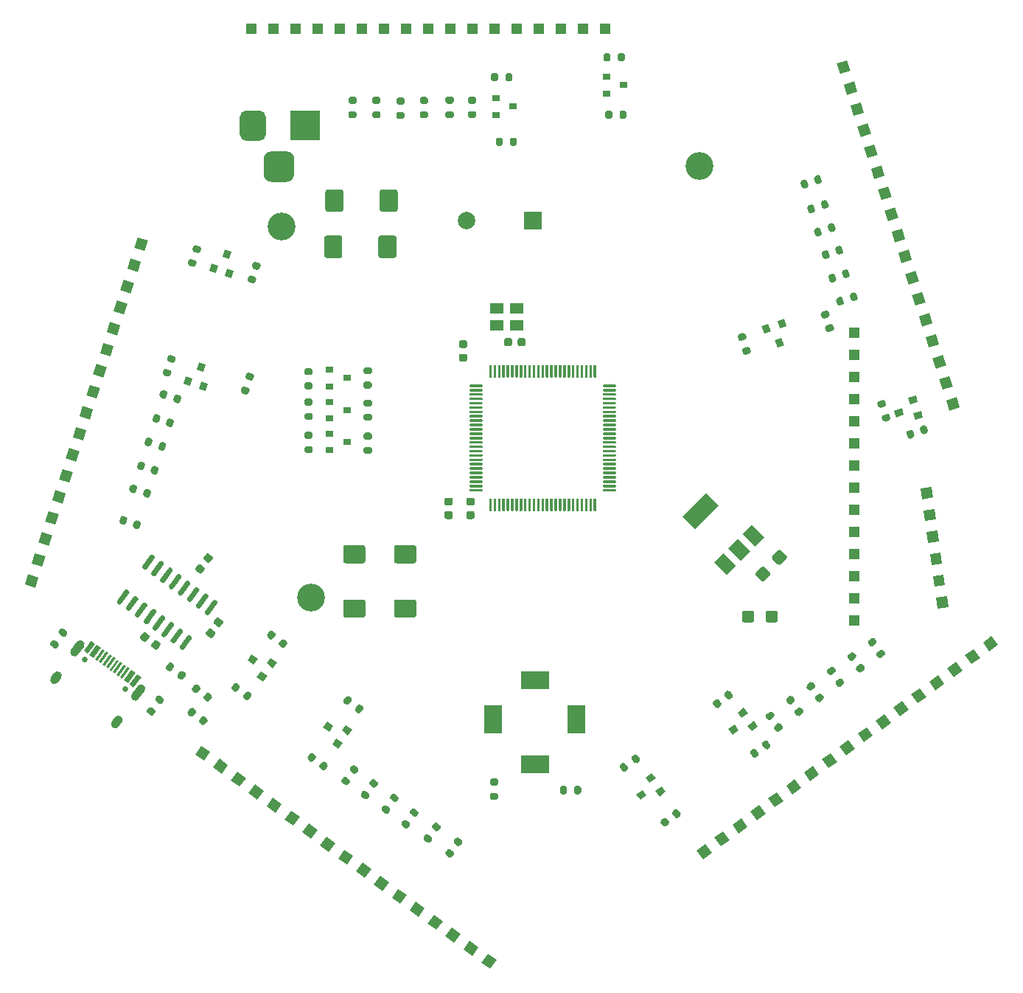
<source format=gbr>
%TF.GenerationSoftware,KiCad,Pcbnew,(5.1.7-0-10_14)*%
%TF.CreationDate,2021-04-07T15:47:16+02:00*%
%TF.ProjectId,Octogone_Sans_Regle,4f63746f-676f-46e6-955f-53616e735f52,rev?*%
%TF.SameCoordinates,Original*%
%TF.FileFunction,Soldermask,Bot*%
%TF.FilePolarity,Negative*%
%FSLAX46Y46*%
G04 Gerber Fmt 4.6, Leading zero omitted, Abs format (unit mm)*
G04 Created by KiCad (PCBNEW (5.1.7-0-10_14)) date 2021-04-07 15:47:16*
%MOMM*%
%LPD*%
G01*
G04 APERTURE LIST*
%ADD10C,3.200000*%
%ADD11R,1.250000X1.250000*%
%ADD12C,0.100000*%
%ADD13R,0.900000X0.800000*%
%ADD14C,0.650000*%
%ADD15R,2.000000X2.000000*%
%ADD16C,2.000000*%
%ADD17R,1.500000X1.300000*%
%ADD18R,3.200000X2.000000*%
%ADD19R,2.000000X3.200000*%
%ADD20R,3.500000X3.500000*%
G04 APERTURE END LIST*
D10*
%TO.C,H3*%
X99900000Y-117890000D03*
%TD*%
%TO.C,H2*%
X144530000Y-68350000D03*
%TD*%
%TO.C,H1*%
X96560000Y-75310000D03*
%TD*%
D11*
%TO.C,U2*%
X162300000Y-102740000D03*
X162300000Y-107820000D03*
X162300000Y-115440000D03*
X162300000Y-90040000D03*
X162300000Y-112900000D03*
X162300000Y-92580000D03*
X162300000Y-110360000D03*
X162300000Y-95120000D03*
X162300000Y-100200000D03*
X162300000Y-105280000D03*
X162300000Y-87500000D03*
X162300000Y-120520000D03*
X162300000Y-117980000D03*
X162300000Y-97660000D03*
%TD*%
D12*
%TO.C,P2*%
G36*
X68244194Y-116755615D02*
G01*
X67055373Y-116369344D01*
X67441644Y-115180523D01*
X68630465Y-115566794D01*
X68244194Y-116755615D01*
G37*
G36*
X69029097Y-114339931D02*
G01*
X67840276Y-113953660D01*
X68226547Y-112764839D01*
X69415368Y-113151110D01*
X69029097Y-114339931D01*
G37*
G36*
X69814000Y-111924248D02*
G01*
X68625179Y-111537977D01*
X69011450Y-110349156D01*
X70200271Y-110735427D01*
X69814000Y-111924248D01*
G37*
G36*
X70598903Y-109508564D02*
G01*
X69410082Y-109122293D01*
X69796353Y-107933472D01*
X70985174Y-108319743D01*
X70598903Y-109508564D01*
G37*
G36*
X71383807Y-107092881D02*
G01*
X70194986Y-106706610D01*
X70581257Y-105517789D01*
X71770078Y-105904060D01*
X71383807Y-107092881D01*
G37*
G36*
X72168710Y-104677197D02*
G01*
X70979889Y-104290926D01*
X71366160Y-103102105D01*
X72554981Y-103488376D01*
X72168710Y-104677197D01*
G37*
G36*
X72953613Y-102261514D02*
G01*
X71764792Y-101875243D01*
X72151063Y-100686422D01*
X73339884Y-101072693D01*
X72953613Y-102261514D01*
G37*
G36*
X73738516Y-99845830D02*
G01*
X72549695Y-99459559D01*
X72935966Y-98270738D01*
X74124787Y-98657009D01*
X73738516Y-99845830D01*
G37*
G36*
X74523419Y-97430147D02*
G01*
X73334598Y-97043876D01*
X73720869Y-95855055D01*
X74909690Y-96241326D01*
X74523419Y-97430147D01*
G37*
G36*
X75308322Y-95014463D02*
G01*
X74119501Y-94628192D01*
X74505772Y-93439371D01*
X75694593Y-93825642D01*
X75308322Y-95014463D01*
G37*
G36*
X76093226Y-92598779D02*
G01*
X74904405Y-92212508D01*
X75290676Y-91023687D01*
X76479497Y-91409958D01*
X76093226Y-92598779D01*
G37*
G36*
X76878129Y-90183096D02*
G01*
X75689308Y-89796825D01*
X76075579Y-88608004D01*
X77264400Y-88994275D01*
X76878129Y-90183096D01*
G37*
G36*
X77663032Y-87767412D02*
G01*
X76474211Y-87381141D01*
X76860482Y-86192320D01*
X78049303Y-86578591D01*
X77663032Y-87767412D01*
G37*
G36*
X78447935Y-85351729D02*
G01*
X77259114Y-84965458D01*
X77645385Y-83776637D01*
X78834206Y-84162908D01*
X78447935Y-85351729D01*
G37*
G36*
X79232838Y-82936045D02*
G01*
X78044017Y-82549774D01*
X78430288Y-81360953D01*
X79619109Y-81747224D01*
X79232838Y-82936045D01*
G37*
G36*
X80017741Y-80520362D02*
G01*
X78828920Y-80134091D01*
X79215191Y-78945270D01*
X80404012Y-79331541D01*
X80017741Y-80520362D01*
G37*
G36*
X80802645Y-78104678D02*
G01*
X79613824Y-77718407D01*
X80000095Y-76529586D01*
X81188916Y-76915857D01*
X80802645Y-78104678D01*
G37*
%TD*%
%TO.C,U4*%
G36*
G01*
X87999111Y-119887348D02*
X87756406Y-119711012D01*
G75*
G02*
X87723221Y-119501491I88168J121353D01*
G01*
X88693066Y-118166613D01*
G75*
G02*
X88902587Y-118133428I121353J-88168D01*
G01*
X89145292Y-118309764D01*
G75*
G02*
X89178477Y-118519285I-88168J-121353D01*
G01*
X88208632Y-119854163D01*
G75*
G02*
X87999111Y-119887348I-121353J88168D01*
G01*
G37*
G36*
G01*
X86971659Y-119140861D02*
X86728954Y-118964525D01*
G75*
G02*
X86695769Y-118755004I88168J121353D01*
G01*
X87665614Y-117420126D01*
G75*
G02*
X87875135Y-117386941I121353J-88168D01*
G01*
X88117840Y-117563277D01*
G75*
G02*
X88151025Y-117772798I-88168J-121353D01*
G01*
X87181180Y-119107676D01*
G75*
G02*
X86971659Y-119140861I-121353J88168D01*
G01*
G37*
G36*
G01*
X85944208Y-118394374D02*
X85701503Y-118218038D01*
G75*
G02*
X85668318Y-118008517I88168J121353D01*
G01*
X86638163Y-116673639D01*
G75*
G02*
X86847684Y-116640454I121353J-88168D01*
G01*
X87090389Y-116816790D01*
G75*
G02*
X87123574Y-117026311I-88168J-121353D01*
G01*
X86153729Y-118361189D01*
G75*
G02*
X85944208Y-118394374I-121353J88168D01*
G01*
G37*
G36*
G01*
X84916756Y-117647887D02*
X84674051Y-117471551D01*
G75*
G02*
X84640866Y-117262030I88168J121353D01*
G01*
X85610711Y-115927152D01*
G75*
G02*
X85820232Y-115893967I121353J-88168D01*
G01*
X86062937Y-116070303D01*
G75*
G02*
X86096122Y-116279824I-88168J-121353D01*
G01*
X85126277Y-117614702D01*
G75*
G02*
X84916756Y-117647887I-121353J88168D01*
G01*
G37*
G36*
G01*
X83889305Y-116901399D02*
X83646600Y-116725063D01*
G75*
G02*
X83613415Y-116515542I88168J121353D01*
G01*
X84583260Y-115180664D01*
G75*
G02*
X84792781Y-115147479I121353J-88168D01*
G01*
X85035486Y-115323815D01*
G75*
G02*
X85068671Y-115533336I-88168J-121353D01*
G01*
X84098826Y-116868214D01*
G75*
G02*
X83889305Y-116901399I-121353J88168D01*
G01*
G37*
G36*
G01*
X82861853Y-116154912D02*
X82619148Y-115978576D01*
G75*
G02*
X82585963Y-115769055I88168J121353D01*
G01*
X83555808Y-114434177D01*
G75*
G02*
X83765329Y-114400992I121353J-88168D01*
G01*
X84008034Y-114577328D01*
G75*
G02*
X84041219Y-114786849I-88168J-121353D01*
G01*
X83071374Y-116121727D01*
G75*
G02*
X82861853Y-116154912I-121353J88168D01*
G01*
G37*
G36*
G01*
X81834402Y-115408425D02*
X81591697Y-115232089D01*
G75*
G02*
X81558512Y-115022568I88168J121353D01*
G01*
X82528357Y-113687690D01*
G75*
G02*
X82737878Y-113654505I121353J-88168D01*
G01*
X82980583Y-113830841D01*
G75*
G02*
X83013768Y-114040362I-88168J-121353D01*
G01*
X82043923Y-115375240D01*
G75*
G02*
X81834402Y-115408425I-121353J88168D01*
G01*
G37*
G36*
G01*
X80806950Y-114661937D02*
X80564245Y-114485601D01*
G75*
G02*
X80531060Y-114276080I88168J121353D01*
G01*
X81500905Y-112941202D01*
G75*
G02*
X81710426Y-112908017I121353J-88168D01*
G01*
X81953131Y-113084353D01*
G75*
G02*
X81986316Y-113293874I-88168J-121353D01*
G01*
X81016471Y-114628752D01*
G75*
G02*
X80806950Y-114661937I-121353J88168D01*
G01*
G37*
G36*
G01*
X77897413Y-118666572D02*
X77654708Y-118490236D01*
G75*
G02*
X77621523Y-118280715I88168J121353D01*
G01*
X78591368Y-116945837D01*
G75*
G02*
X78800889Y-116912652I121353J-88168D01*
G01*
X79043594Y-117088988D01*
G75*
G02*
X79076779Y-117298509I-88168J-121353D01*
G01*
X78106934Y-118633387D01*
G75*
G02*
X77897413Y-118666572I-121353J88168D01*
G01*
G37*
G36*
G01*
X78924865Y-119413059D02*
X78682160Y-119236723D01*
G75*
G02*
X78648975Y-119027202I88168J121353D01*
G01*
X79618820Y-117692324D01*
G75*
G02*
X79828341Y-117659139I121353J-88168D01*
G01*
X80071046Y-117835475D01*
G75*
G02*
X80104231Y-118044996I-88168J-121353D01*
G01*
X79134386Y-119379874D01*
G75*
G02*
X78924865Y-119413059I-121353J88168D01*
G01*
G37*
G36*
G01*
X79952316Y-120159546D02*
X79709611Y-119983210D01*
G75*
G02*
X79676426Y-119773689I88168J121353D01*
G01*
X80646271Y-118438811D01*
G75*
G02*
X80855792Y-118405626I121353J-88168D01*
G01*
X81098497Y-118581962D01*
G75*
G02*
X81131682Y-118791483I-88168J-121353D01*
G01*
X80161837Y-120126361D01*
G75*
G02*
X79952316Y-120159546I-121353J88168D01*
G01*
G37*
G36*
G01*
X80979768Y-120906033D02*
X80737063Y-120729697D01*
G75*
G02*
X80703878Y-120520176I88168J121353D01*
G01*
X81673723Y-119185298D01*
G75*
G02*
X81883244Y-119152113I121353J-88168D01*
G01*
X82125949Y-119328449D01*
G75*
G02*
X82159134Y-119537970I-88168J-121353D01*
G01*
X81189289Y-120872848D01*
G75*
G02*
X80979768Y-120906033I-121353J88168D01*
G01*
G37*
G36*
G01*
X82007219Y-121652521D02*
X81764514Y-121476185D01*
G75*
G02*
X81731329Y-121266664I88168J121353D01*
G01*
X82701174Y-119931786D01*
G75*
G02*
X82910695Y-119898601I121353J-88168D01*
G01*
X83153400Y-120074937D01*
G75*
G02*
X83186585Y-120284458I-88168J-121353D01*
G01*
X82216740Y-121619336D01*
G75*
G02*
X82007219Y-121652521I-121353J88168D01*
G01*
G37*
G36*
G01*
X83034671Y-122399008D02*
X82791966Y-122222672D01*
G75*
G02*
X82758781Y-122013151I88168J121353D01*
G01*
X83728626Y-120678273D01*
G75*
G02*
X83938147Y-120645088I121353J-88168D01*
G01*
X84180852Y-120821424D01*
G75*
G02*
X84214037Y-121030945I-88168J-121353D01*
G01*
X83244192Y-122365823D01*
G75*
G02*
X83034671Y-122399008I-121353J88168D01*
G01*
G37*
G36*
G01*
X84062122Y-123145495D02*
X83819417Y-122969159D01*
G75*
G02*
X83786232Y-122759638I88168J121353D01*
G01*
X84756077Y-121424760D01*
G75*
G02*
X84965598Y-121391575I121353J-88168D01*
G01*
X85208303Y-121567911D01*
G75*
G02*
X85241488Y-121777432I-88168J-121353D01*
G01*
X84271643Y-123112310D01*
G75*
G02*
X84062122Y-123145495I-121353J88168D01*
G01*
G37*
G36*
G01*
X85089574Y-123891983D02*
X84846869Y-123715647D01*
G75*
G02*
X84813684Y-123506126I88168J121353D01*
G01*
X85783529Y-122171248D01*
G75*
G02*
X85993050Y-122138063I121353J-88168D01*
G01*
X86235755Y-122314399D01*
G75*
G02*
X86268940Y-122523920I-88168J-121353D01*
G01*
X85299095Y-123858798D01*
G75*
G02*
X85089574Y-123891983I-121353J88168D01*
G01*
G37*
%TD*%
%TO.C,R60*%
G36*
G01*
X87217808Y-128327711D02*
X86894526Y-128772671D01*
G75*
G02*
X86615166Y-128816917I-161803J117557D01*
G01*
X86291560Y-128581803D01*
G75*
G02*
X86247314Y-128302443I117557J161803D01*
G01*
X86570596Y-127857483D01*
G75*
G02*
X86849956Y-127813237I161803J-117557D01*
G01*
X87173562Y-128048351D01*
G75*
G02*
X87217808Y-128327711I-117557J-161803D01*
G01*
G37*
G36*
G01*
X88552686Y-129297557D02*
X88229404Y-129742517D01*
G75*
G02*
X87950044Y-129786763I-161803J117557D01*
G01*
X87626438Y-129551649D01*
G75*
G02*
X87582192Y-129272289I117557J161803D01*
G01*
X87905474Y-128827329D01*
G75*
G02*
X88184834Y-128783083I161803J-117557D01*
G01*
X88508440Y-129018197D01*
G75*
G02*
X88552686Y-129297557I-117557J-161803D01*
G01*
G37*
%TD*%
%TO.C,R59*%
G36*
G01*
X84217808Y-125827711D02*
X83894526Y-126272671D01*
G75*
G02*
X83615166Y-126316917I-161803J117557D01*
G01*
X83291560Y-126081803D01*
G75*
G02*
X83247314Y-125802443I117557J161803D01*
G01*
X83570596Y-125357483D01*
G75*
G02*
X83849956Y-125313237I161803J-117557D01*
G01*
X84173562Y-125548351D01*
G75*
G02*
X84217808Y-125827711I-117557J-161803D01*
G01*
G37*
G36*
G01*
X85552686Y-126797557D02*
X85229404Y-127242517D01*
G75*
G02*
X84950044Y-127286763I-161803J117557D01*
G01*
X84626438Y-127051649D01*
G75*
G02*
X84582192Y-126772289I117557J161803D01*
G01*
X84905474Y-126327329D01*
G75*
G02*
X85184834Y-126283083I161803J-117557D01*
G01*
X85508440Y-126518197D01*
G75*
G02*
X85552686Y-126797557I-117557J-161803D01*
G01*
G37*
%TD*%
%TO.C,C11*%
G36*
G01*
X81588996Y-123237751D02*
X81882888Y-122833242D01*
G75*
G02*
X82197169Y-122783465I182029J-132252D01*
G01*
X82561227Y-123047968D01*
G75*
G02*
X82611004Y-123362249I-132252J-182029D01*
G01*
X82317112Y-123766758D01*
G75*
G02*
X82002831Y-123816535I-182029J132252D01*
G01*
X81638773Y-123552032D01*
G75*
G02*
X81588996Y-123237751I132252J182029D01*
G01*
G37*
G36*
G01*
X80335020Y-122326683D02*
X80628912Y-121922174D01*
G75*
G02*
X80943193Y-121872397I182029J-132252D01*
G01*
X81307251Y-122136900D01*
G75*
G02*
X81357028Y-122451181I-132252J-182029D01*
G01*
X81063136Y-122855690D01*
G75*
G02*
X80748855Y-122905467I-182029J132252D01*
G01*
X80384797Y-122640964D01*
G75*
G02*
X80335020Y-122326683I132252J182029D01*
G01*
G37*
%TD*%
%TO.C,C10*%
G36*
G01*
X87254751Y-114059103D02*
X87654068Y-114360011D01*
G75*
G02*
X87698353Y-114675112I-135408J-179693D01*
G01*
X87427536Y-115034498D01*
G75*
G02*
X87112435Y-115078783I-179693J135408D01*
G01*
X86713118Y-114777875D01*
G75*
G02*
X86668833Y-114462774I135408J179693D01*
G01*
X86939650Y-114103388D01*
G75*
G02*
X87254751Y-114059103I179693J-135408D01*
G01*
G37*
G36*
G01*
X88187565Y-112821217D02*
X88586882Y-113122125D01*
G75*
G02*
X88631167Y-113437226I-135408J-179693D01*
G01*
X88360350Y-113796612D01*
G75*
G02*
X88045249Y-113840897I-179693J135408D01*
G01*
X87645932Y-113539989D01*
G75*
G02*
X87601647Y-113224888I135408J179693D01*
G01*
X87872464Y-112865502D01*
G75*
G02*
X88187565Y-112821217I179693J-135408D01*
G01*
G37*
%TD*%
%TO.C,C9*%
G36*
G01*
X88451181Y-121442972D02*
X88855690Y-121736864D01*
G75*
G02*
X88905467Y-122051145I-132252J-182029D01*
G01*
X88640964Y-122415203D01*
G75*
G02*
X88326683Y-122464980I-182029J132252D01*
G01*
X87922174Y-122171088D01*
G75*
G02*
X87872397Y-121856807I132252J182029D01*
G01*
X88136900Y-121492749D01*
G75*
G02*
X88451181Y-121442972I182029J-132252D01*
G01*
G37*
G36*
G01*
X89362249Y-120188996D02*
X89766758Y-120482888D01*
G75*
G02*
X89816535Y-120797169I-132252J-182029D01*
G01*
X89552032Y-121161227D01*
G75*
G02*
X89237751Y-121211004I-182029J132252D01*
G01*
X88833242Y-120917112D01*
G75*
G02*
X88783465Y-120602831I132252J182029D01*
G01*
X89047968Y-120238773D01*
G75*
G02*
X89362249Y-120188996I182029J-132252D01*
G01*
G37*
%TD*%
%TO.C,J2*%
G36*
X170665475Y-110348650D02*
G01*
X171903310Y-110174683D01*
X172077277Y-111412518D01*
X170839442Y-111586485D01*
X170665475Y-110348650D01*
G37*
G36*
X170311975Y-107833370D02*
G01*
X171549810Y-107659403D01*
X171723777Y-108897238D01*
X170485942Y-109071205D01*
X170311975Y-107833370D01*
G37*
G36*
X169958475Y-105318089D02*
G01*
X171196310Y-105144122D01*
X171370277Y-106381957D01*
X170132442Y-106555924D01*
X169958475Y-105318089D01*
G37*
G36*
X171372474Y-115379212D02*
G01*
X172610309Y-115205245D01*
X172784276Y-116443080D01*
X171546441Y-116617047D01*
X171372474Y-115379212D01*
G37*
G36*
X171725974Y-117894493D02*
G01*
X172963809Y-117720526D01*
X173137776Y-118958361D01*
X171899941Y-119132328D01*
X171725974Y-117894493D01*
G37*
G36*
X171018974Y-112863931D02*
G01*
X172256809Y-112689964D01*
X172430776Y-113927799D01*
X171192941Y-114101766D01*
X171018974Y-112863931D01*
G37*
%TD*%
%TO.C,R1*%
G36*
G01*
X162580065Y-82959914D02*
X162750024Y-83482995D01*
G75*
G02*
X162621616Y-83735009I-190211J-61803D01*
G01*
X162241193Y-83858616D01*
G75*
G02*
X161989179Y-83730208I-61803J190211D01*
G01*
X161819220Y-83207127D01*
G75*
G02*
X161947628Y-82955113I190211J61803D01*
G01*
X162328051Y-82831506D01*
G75*
G02*
X162580065Y-82959914I61803J-190211D01*
G01*
G37*
G36*
G01*
X161010821Y-83469792D02*
X161180780Y-83992873D01*
G75*
G02*
X161052372Y-84244887I-190211J-61803D01*
G01*
X160671949Y-84368494D01*
G75*
G02*
X160419935Y-84240086I-61803J190211D01*
G01*
X160249976Y-83717005D01*
G75*
G02*
X160378384Y-83464991I190211J61803D01*
G01*
X160758807Y-83341384D01*
G75*
G02*
X161010821Y-83469792I61803J-190211D01*
G01*
G37*
%TD*%
%TO.C,R58*%
G36*
G01*
X121150000Y-65825000D02*
X121150000Y-65275000D01*
G75*
G02*
X121350000Y-65075000I200000J0D01*
G01*
X121750000Y-65075000D01*
G75*
G02*
X121950000Y-65275000I0J-200000D01*
G01*
X121950000Y-65825000D01*
G75*
G02*
X121750000Y-66025000I-200000J0D01*
G01*
X121350000Y-66025000D01*
G75*
G02*
X121150000Y-65825000I0J200000D01*
G01*
G37*
G36*
G01*
X122800000Y-65825000D02*
X122800000Y-65275000D01*
G75*
G02*
X123000000Y-65075000I200000J0D01*
G01*
X123400000Y-65075000D01*
G75*
G02*
X123600000Y-65275000I0J-200000D01*
G01*
X123600000Y-65825000D01*
G75*
G02*
X123400000Y-66025000I-200000J0D01*
G01*
X123000000Y-66025000D01*
G75*
G02*
X122800000Y-65825000I0J200000D01*
G01*
G37*
%TD*%
%TO.C,R57*%
G36*
G01*
X123075000Y-57875000D02*
X123075000Y-58425000D01*
G75*
G02*
X122875000Y-58625000I-200000J0D01*
G01*
X122475000Y-58625000D01*
G75*
G02*
X122275000Y-58425000I0J200000D01*
G01*
X122275000Y-57875000D01*
G75*
G02*
X122475000Y-57675000I200000J0D01*
G01*
X122875000Y-57675000D01*
G75*
G02*
X123075000Y-57875000I0J-200000D01*
G01*
G37*
G36*
G01*
X121425000Y-57875000D02*
X121425000Y-58425000D01*
G75*
G02*
X121225000Y-58625000I-200000J0D01*
G01*
X120825000Y-58625000D01*
G75*
G02*
X120625000Y-58425000I0J200000D01*
G01*
X120625000Y-57875000D01*
G75*
G02*
X120825000Y-57675000I200000J0D01*
G01*
X121225000Y-57675000D01*
G75*
G02*
X121425000Y-57875000I0J-200000D01*
G01*
G37*
%TD*%
%TO.C,R24*%
G36*
G01*
X106152443Y-141002686D02*
X105707483Y-140679404D01*
G75*
G02*
X105663237Y-140400044I117557J161803D01*
G01*
X105898351Y-140076438D01*
G75*
G02*
X106177711Y-140032192I161803J-117557D01*
G01*
X106622671Y-140355474D01*
G75*
G02*
X106666917Y-140634834I-117557J-161803D01*
G01*
X106431803Y-140958440D01*
G75*
G02*
X106152443Y-141002686I-161803J117557D01*
G01*
G37*
G36*
G01*
X107122289Y-139667808D02*
X106677329Y-139344526D01*
G75*
G02*
X106633083Y-139065166I117557J161803D01*
G01*
X106868197Y-138741560D01*
G75*
G02*
X107147557Y-138697314I161803J-117557D01*
G01*
X107592517Y-139020596D01*
G75*
G02*
X107636763Y-139299956I-117557J-161803D01*
G01*
X107401649Y-139623562D01*
G75*
G02*
X107122289Y-139667808I-161803J117557D01*
G01*
G37*
%TD*%
%TO.C,R23*%
G36*
G01*
X103902443Y-139402686D02*
X103457483Y-139079404D01*
G75*
G02*
X103413237Y-138800044I117557J161803D01*
G01*
X103648351Y-138476438D01*
G75*
G02*
X103927711Y-138432192I161803J-117557D01*
G01*
X104372671Y-138755474D01*
G75*
G02*
X104416917Y-139034834I-117557J-161803D01*
G01*
X104181803Y-139358440D01*
G75*
G02*
X103902443Y-139402686I-161803J117557D01*
G01*
G37*
G36*
G01*
X104872289Y-138067808D02*
X104427329Y-137744526D01*
G75*
G02*
X104383083Y-137465166I117557J161803D01*
G01*
X104618197Y-137141560D01*
G75*
G02*
X104897557Y-137097314I161803J-117557D01*
G01*
X105342517Y-137420596D01*
G75*
G02*
X105386763Y-137699956I-117557J-161803D01*
G01*
X105151649Y-138023562D01*
G75*
G02*
X104872289Y-138067808I-161803J117557D01*
G01*
G37*
%TD*%
%TO.C,R14*%
G36*
G01*
X81699976Y-97432995D02*
X81869935Y-96909914D01*
G75*
G02*
X82121949Y-96781506I190211J-61803D01*
G01*
X82502372Y-96905113D01*
G75*
G02*
X82630780Y-97157127I-61803J-190211D01*
G01*
X82460821Y-97680208D01*
G75*
G02*
X82208807Y-97808616I-190211J61803D01*
G01*
X81828384Y-97685009D01*
G75*
G02*
X81699976Y-97432995I61803J190211D01*
G01*
G37*
G36*
G01*
X83269220Y-97942873D02*
X83439179Y-97419792D01*
G75*
G02*
X83691193Y-97291384I190211J-61803D01*
G01*
X84071616Y-97414991D01*
G75*
G02*
X84200024Y-97667005I-61803J-190211D01*
G01*
X84030065Y-98190086D01*
G75*
G02*
X83778051Y-98318494I-190211J61803D01*
G01*
X83397628Y-98194887D01*
G75*
G02*
X83269220Y-97942873I61803J190211D01*
G01*
G37*
%TD*%
%TO.C,R16*%
G36*
G01*
X80799976Y-100132995D02*
X80969935Y-99609914D01*
G75*
G02*
X81221949Y-99481506I190211J-61803D01*
G01*
X81602372Y-99605113D01*
G75*
G02*
X81730780Y-99857127I-61803J-190211D01*
G01*
X81560821Y-100380208D01*
G75*
G02*
X81308807Y-100508616I-190211J61803D01*
G01*
X80928384Y-100385009D01*
G75*
G02*
X80799976Y-100132995I61803J190211D01*
G01*
G37*
G36*
G01*
X82369220Y-100642873D02*
X82539179Y-100119792D01*
G75*
G02*
X82791193Y-99991384I190211J-61803D01*
G01*
X83171616Y-100114991D01*
G75*
G02*
X83300024Y-100367005I-61803J-190211D01*
G01*
X83130065Y-100890086D01*
G75*
G02*
X82878051Y-101018494I-190211J61803D01*
G01*
X82497628Y-100894887D01*
G75*
G02*
X82369220Y-100642873I61803J190211D01*
G01*
G37*
%TD*%
%TO.C,R17*%
G36*
G01*
X79949976Y-102882995D02*
X80119935Y-102359914D01*
G75*
G02*
X80371949Y-102231506I190211J-61803D01*
G01*
X80752372Y-102355113D01*
G75*
G02*
X80880780Y-102607127I-61803J-190211D01*
G01*
X80710821Y-103130208D01*
G75*
G02*
X80458807Y-103258616I-190211J61803D01*
G01*
X80078384Y-103135009D01*
G75*
G02*
X79949976Y-102882995I61803J190211D01*
G01*
G37*
G36*
G01*
X81519220Y-103392873D02*
X81689179Y-102869792D01*
G75*
G02*
X81941193Y-102741384I190211J-61803D01*
G01*
X82321616Y-102864991D01*
G75*
G02*
X82450024Y-103117005I-61803J-190211D01*
G01*
X82280065Y-103640086D01*
G75*
G02*
X82028051Y-103768494I-190211J61803D01*
G01*
X81647628Y-103644887D01*
G75*
G02*
X81519220Y-103392873I61803J190211D01*
G01*
G37*
%TD*%
%TO.C,R18*%
G36*
G01*
X79065354Y-105528056D02*
X79235313Y-105004975D01*
G75*
G02*
X79487327Y-104876567I190211J-61803D01*
G01*
X79867750Y-105000174D01*
G75*
G02*
X79996158Y-105252188I-61803J-190211D01*
G01*
X79826199Y-105775269D01*
G75*
G02*
X79574185Y-105903677I-190211J61803D01*
G01*
X79193762Y-105780070D01*
G75*
G02*
X79065354Y-105528056I61803J190211D01*
G01*
G37*
G36*
G01*
X80634598Y-106037934D02*
X80804557Y-105514853D01*
G75*
G02*
X81056571Y-105386445I190211J-61803D01*
G01*
X81436994Y-105510052D01*
G75*
G02*
X81565402Y-105762066I-61803J-190211D01*
G01*
X81395443Y-106285147D01*
G75*
G02*
X81143429Y-106413555I-190211J61803D01*
G01*
X80763006Y-106289948D01*
G75*
G02*
X80634598Y-106037934I61803J190211D01*
G01*
G37*
%TD*%
%TO.C,R25*%
G36*
G01*
X115852443Y-147702686D02*
X115407483Y-147379404D01*
G75*
G02*
X115363237Y-147100044I117557J161803D01*
G01*
X115598351Y-146776438D01*
G75*
G02*
X115877711Y-146732192I161803J-117557D01*
G01*
X116322671Y-147055474D01*
G75*
G02*
X116366917Y-147334834I-117557J-161803D01*
G01*
X116131803Y-147658440D01*
G75*
G02*
X115852443Y-147702686I-161803J117557D01*
G01*
G37*
G36*
G01*
X116822289Y-146367808D02*
X116377329Y-146044526D01*
G75*
G02*
X116333083Y-145765166I117557J161803D01*
G01*
X116568197Y-145441560D01*
G75*
G02*
X116847557Y-145397314I161803J-117557D01*
G01*
X117292517Y-145720596D01*
G75*
G02*
X117336763Y-145999956I-117557J-161803D01*
G01*
X117101649Y-146323562D01*
G75*
G02*
X116822289Y-146367808I-161803J117557D01*
G01*
G37*
%TD*%
%TO.C,R26*%
G36*
G01*
X108517520Y-142670125D02*
X108072560Y-142346843D01*
G75*
G02*
X108028314Y-142067483I117557J161803D01*
G01*
X108263428Y-141743877D01*
G75*
G02*
X108542788Y-141699631I161803J-117557D01*
G01*
X108987748Y-142022913D01*
G75*
G02*
X109031994Y-142302273I-117557J-161803D01*
G01*
X108796880Y-142625879D01*
G75*
G02*
X108517520Y-142670125I-161803J117557D01*
G01*
G37*
G36*
G01*
X109487366Y-141335247D02*
X109042406Y-141011965D01*
G75*
G02*
X108998160Y-140732605I117557J161803D01*
G01*
X109233274Y-140408999D01*
G75*
G02*
X109512634Y-140364753I161803J-117557D01*
G01*
X109957594Y-140688035D01*
G75*
G02*
X110001840Y-140967395I-117557J-161803D01*
G01*
X109766726Y-141291001D01*
G75*
G02*
X109487366Y-141335247I-161803J117557D01*
G01*
G37*
%TD*%
D13*
%TO.C,Q8*%
X102070000Y-100960000D03*
X102070000Y-99060000D03*
X104070000Y-100010000D03*
%TD*%
%TO.C,R3*%
G36*
G01*
X158480065Y-69509914D02*
X158650024Y-70032995D01*
G75*
G02*
X158521616Y-70285009I-190211J-61803D01*
G01*
X158141193Y-70408616D01*
G75*
G02*
X157889179Y-70280208I-61803J190211D01*
G01*
X157719220Y-69757127D01*
G75*
G02*
X157847628Y-69505113I190211J61803D01*
G01*
X158228051Y-69381506D01*
G75*
G02*
X158480065Y-69509914I61803J-190211D01*
G01*
G37*
G36*
G01*
X156910821Y-70019792D02*
X157080780Y-70542873D01*
G75*
G02*
X156952372Y-70794887I-190211J-61803D01*
G01*
X156571949Y-70918494D01*
G75*
G02*
X156319935Y-70790086I-61803J190211D01*
G01*
X156149976Y-70267005D01*
G75*
G02*
X156278384Y-70014991I190211J61803D01*
G01*
X156658807Y-69891384D01*
G75*
G02*
X156910821Y-70019792I61803J-190211D01*
G01*
G37*
%TD*%
%TO.C,R32*%
G36*
G01*
X105952686Y-130647557D02*
X105629404Y-131092517D01*
G75*
G02*
X105350044Y-131136763I-161803J117557D01*
G01*
X105026438Y-130901649D01*
G75*
G02*
X104982192Y-130622289I117557J161803D01*
G01*
X105305474Y-130177329D01*
G75*
G02*
X105584834Y-130133083I161803J-117557D01*
G01*
X105908440Y-130368197D01*
G75*
G02*
X105952686Y-130647557I-117557J-161803D01*
G01*
G37*
G36*
G01*
X104617808Y-129677711D02*
X104294526Y-130122671D01*
G75*
G02*
X104015166Y-130166917I-161803J117557D01*
G01*
X103691560Y-129931803D01*
G75*
G02*
X103647314Y-129652443I117557J161803D01*
G01*
X103970596Y-129207483D01*
G75*
G02*
X104249956Y-129163237I161803J-117557D01*
G01*
X104573562Y-129398351D01*
G75*
G02*
X104617808Y-129677711I-117557J-161803D01*
G01*
G37*
%TD*%
%TO.C,R31*%
G36*
G01*
X99547314Y-136202443D02*
X99870596Y-135757483D01*
G75*
G02*
X100149956Y-135713237I161803J-117557D01*
G01*
X100473562Y-135948351D01*
G75*
G02*
X100517808Y-136227711I-117557J-161803D01*
G01*
X100194526Y-136672671D01*
G75*
G02*
X99915166Y-136716917I-161803J117557D01*
G01*
X99591560Y-136481803D01*
G75*
G02*
X99547314Y-136202443I117557J161803D01*
G01*
G37*
G36*
G01*
X100882192Y-137172289D02*
X101205474Y-136727329D01*
G75*
G02*
X101484834Y-136683083I161803J-117557D01*
G01*
X101808440Y-136918197D01*
G75*
G02*
X101852686Y-137197557I-117557J-161803D01*
G01*
X101529404Y-137642517D01*
G75*
G02*
X101250044Y-137686763I-161803J117557D01*
G01*
X100926438Y-137451649D01*
G75*
G02*
X100882192Y-137172289I117557J161803D01*
G01*
G37*
%TD*%
%TO.C,R30*%
G36*
G01*
X94897314Y-122152443D02*
X95220596Y-121707483D01*
G75*
G02*
X95499956Y-121663237I161803J-117557D01*
G01*
X95823562Y-121898351D01*
G75*
G02*
X95867808Y-122177711I-117557J-161803D01*
G01*
X95544526Y-122622671D01*
G75*
G02*
X95265166Y-122666917I-161803J117557D01*
G01*
X94941560Y-122431803D01*
G75*
G02*
X94897314Y-122152443I117557J161803D01*
G01*
G37*
G36*
G01*
X96232192Y-123122289D02*
X96555474Y-122677329D01*
G75*
G02*
X96834834Y-122633083I161803J-117557D01*
G01*
X97158440Y-122868197D01*
G75*
G02*
X97202686Y-123147557I-117557J-161803D01*
G01*
X96879404Y-123592517D01*
G75*
G02*
X96600044Y-123636763I-161803J117557D01*
G01*
X96276438Y-123401649D01*
G75*
G02*
X96232192Y-123122289I117557J161803D01*
G01*
G37*
%TD*%
%TO.C,R29*%
G36*
G01*
X90797314Y-128152443D02*
X91120596Y-127707483D01*
G75*
G02*
X91399956Y-127663237I161803J-117557D01*
G01*
X91723562Y-127898351D01*
G75*
G02*
X91767808Y-128177711I-117557J-161803D01*
G01*
X91444526Y-128622671D01*
G75*
G02*
X91165166Y-128666917I-161803J117557D01*
G01*
X90841560Y-128431803D01*
G75*
G02*
X90797314Y-128152443I117557J161803D01*
G01*
G37*
G36*
G01*
X92132192Y-129122289D02*
X92455474Y-128677329D01*
G75*
G02*
X92734834Y-128633083I161803J-117557D01*
G01*
X93058440Y-128868197D01*
G75*
G02*
X93102686Y-129147557I-117557J-161803D01*
G01*
X92779404Y-129592517D01*
G75*
G02*
X92500044Y-129636763I-161803J117557D01*
G01*
X92176438Y-129401649D01*
G75*
G02*
X92132192Y-129122289I117557J161803D01*
G01*
G37*
%TD*%
%TO.C,R22*%
G36*
G01*
X92528056Y-94534646D02*
X92004975Y-94364687D01*
G75*
G02*
X91876567Y-94112673I61803J190211D01*
G01*
X92000174Y-93732250D01*
G75*
G02*
X92252188Y-93603842I190211J-61803D01*
G01*
X92775269Y-93773801D01*
G75*
G02*
X92903677Y-94025815I-61803J-190211D01*
G01*
X92780070Y-94406238D01*
G75*
G02*
X92528056Y-94534646I-190211J61803D01*
G01*
G37*
G36*
G01*
X93037934Y-92965402D02*
X92514853Y-92795443D01*
G75*
G02*
X92386445Y-92543429I61803J190211D01*
G01*
X92510052Y-92163006D01*
G75*
G02*
X92762066Y-92034598I190211J-61803D01*
G01*
X93285147Y-92204557D01*
G75*
G02*
X93413555Y-92456571I-61803J-190211D01*
G01*
X93289948Y-92836994D01*
G75*
G02*
X93037934Y-92965402I-190211J61803D01*
G01*
G37*
%TD*%
%TO.C,R21*%
G36*
G01*
X83767005Y-89999976D02*
X84290086Y-90169935D01*
G75*
G02*
X84418494Y-90421949I-61803J-190211D01*
G01*
X84294887Y-90802372D01*
G75*
G02*
X84042873Y-90930780I-190211J61803D01*
G01*
X83519792Y-90760821D01*
G75*
G02*
X83391384Y-90508807I61803J190211D01*
G01*
X83514991Y-90128384D01*
G75*
G02*
X83767005Y-89999976I190211J-61803D01*
G01*
G37*
G36*
G01*
X83257127Y-91569220D02*
X83780208Y-91739179D01*
G75*
G02*
X83908616Y-91991193I-61803J-190211D01*
G01*
X83785009Y-92371616D01*
G75*
G02*
X83532995Y-92500024I-190211J61803D01*
G01*
X83009914Y-92330065D01*
G75*
G02*
X82881506Y-92078051I61803J190211D01*
G01*
X83005113Y-91697628D01*
G75*
G02*
X83257127Y-91569220I190211J-61803D01*
G01*
G37*
%TD*%
%TO.C,R20*%
G36*
G01*
X93287934Y-81815402D02*
X92764853Y-81645443D01*
G75*
G02*
X92636445Y-81393429I61803J190211D01*
G01*
X92760052Y-81013006D01*
G75*
G02*
X93012066Y-80884598I190211J-61803D01*
G01*
X93535147Y-81054557D01*
G75*
G02*
X93663555Y-81306571I-61803J-190211D01*
G01*
X93539948Y-81686994D01*
G75*
G02*
X93287934Y-81815402I-190211J61803D01*
G01*
G37*
G36*
G01*
X93797812Y-80246158D02*
X93274731Y-80076199D01*
G75*
G02*
X93146323Y-79824185I61803J190211D01*
G01*
X93269930Y-79443762D01*
G75*
G02*
X93521944Y-79315354I190211J-61803D01*
G01*
X94045025Y-79485313D01*
G75*
G02*
X94173433Y-79737327I-61803J-190211D01*
G01*
X94049826Y-80117750D01*
G75*
G02*
X93797812Y-80246158I-190211J61803D01*
G01*
G37*
%TD*%
%TO.C,R19*%
G36*
G01*
X86667005Y-77399976D02*
X87190086Y-77569935D01*
G75*
G02*
X87318494Y-77821949I-61803J-190211D01*
G01*
X87194887Y-78202372D01*
G75*
G02*
X86942873Y-78330780I-190211J61803D01*
G01*
X86419792Y-78160821D01*
G75*
G02*
X86291384Y-77908807I61803J190211D01*
G01*
X86414991Y-77528384D01*
G75*
G02*
X86667005Y-77399976I190211J-61803D01*
G01*
G37*
G36*
G01*
X86157127Y-78969220D02*
X86680208Y-79139179D01*
G75*
G02*
X86808616Y-79391193I-61803J-190211D01*
G01*
X86685009Y-79771616D01*
G75*
G02*
X86432995Y-79900024I-190211J61803D01*
G01*
X85909914Y-79730065D01*
G75*
G02*
X85781506Y-79478051I61803J190211D01*
G01*
X85905113Y-79097628D01*
G75*
G02*
X86157127Y-78969220I190211J-61803D01*
G01*
G37*
%TD*%
%TO.C,R10*%
G36*
G01*
X150340086Y-89830065D02*
X149817005Y-90000024D01*
G75*
G02*
X149564991Y-89871616I-61803J190211D01*
G01*
X149441384Y-89491193D01*
G75*
G02*
X149569792Y-89239179I190211J61803D01*
G01*
X150092873Y-89069220D01*
G75*
G02*
X150344887Y-89197628I61803J-190211D01*
G01*
X150468494Y-89578051D01*
G75*
G02*
X150340086Y-89830065I-190211J-61803D01*
G01*
G37*
G36*
G01*
X149830208Y-88260821D02*
X149307127Y-88430780D01*
G75*
G02*
X149055113Y-88302372I-61803J190211D01*
G01*
X148931506Y-87921949D01*
G75*
G02*
X149059914Y-87669935I190211J61803D01*
G01*
X149582995Y-87499976D01*
G75*
G02*
X149835009Y-87628384I61803J-190211D01*
G01*
X149958616Y-88008807D01*
G75*
G02*
X149830208Y-88260821I-190211J-61803D01*
G01*
G37*
%TD*%
%TO.C,R9*%
G36*
G01*
X159890086Y-87230065D02*
X159367005Y-87400024D01*
G75*
G02*
X159114991Y-87271616I-61803J190211D01*
G01*
X158991384Y-86891193D01*
G75*
G02*
X159119792Y-86639179I190211J61803D01*
G01*
X159642873Y-86469220D01*
G75*
G02*
X159894887Y-86597628I61803J-190211D01*
G01*
X160018494Y-86978051D01*
G75*
G02*
X159890086Y-87230065I-190211J-61803D01*
G01*
G37*
G36*
G01*
X159380208Y-85660821D02*
X158857127Y-85830780D01*
G75*
G02*
X158605113Y-85702372I-61803J190211D01*
G01*
X158481506Y-85321949D01*
G75*
G02*
X158609914Y-85069935I190211J61803D01*
G01*
X159132995Y-84899976D01*
G75*
G02*
X159385009Y-85028384I61803J-190211D01*
G01*
X159508616Y-85408807D01*
G75*
G02*
X159380208Y-85660821I-190211J-61803D01*
G01*
G37*
%TD*%
%TO.C,R8*%
G36*
G01*
X165104975Y-95335313D02*
X165628056Y-95165354D01*
G75*
G02*
X165880070Y-95293762I61803J-190211D01*
G01*
X166003677Y-95674185D01*
G75*
G02*
X165875269Y-95926199I-190211J-61803D01*
G01*
X165352188Y-96096158D01*
G75*
G02*
X165100174Y-95967750I-61803J190211D01*
G01*
X164976567Y-95587327D01*
G75*
G02*
X165104975Y-95335313I190211J61803D01*
G01*
G37*
G36*
G01*
X165614853Y-96904557D02*
X166137934Y-96734598D01*
G75*
G02*
X166389948Y-96863006I61803J-190211D01*
G01*
X166513555Y-97243429D01*
G75*
G02*
X166385147Y-97495443I-190211J-61803D01*
G01*
X165862066Y-97665402D01*
G75*
G02*
X165610052Y-97536994I-61803J190211D01*
G01*
X165486445Y-97156571D01*
G75*
G02*
X165614853Y-96904557I190211J61803D01*
G01*
G37*
%TD*%
%TO.C,R7*%
G36*
G01*
X168485313Y-99495025D02*
X168315354Y-98971944D01*
G75*
G02*
X168443762Y-98719930I190211J61803D01*
G01*
X168824185Y-98596323D01*
G75*
G02*
X169076199Y-98724731I61803J-190211D01*
G01*
X169246158Y-99247812D01*
G75*
G02*
X169117750Y-99499826I-190211J-61803D01*
G01*
X168737327Y-99623433D01*
G75*
G02*
X168485313Y-99495025I-61803J190211D01*
G01*
G37*
G36*
G01*
X170054557Y-98985147D02*
X169884598Y-98462066D01*
G75*
G02*
X170013006Y-98210052I190211J61803D01*
G01*
X170393429Y-98086445D01*
G75*
G02*
X170645443Y-98214853I61803J-190211D01*
G01*
X170815402Y-98737934D01*
G75*
G02*
X170686994Y-98989948I-190211J-61803D01*
G01*
X170306571Y-99113555D01*
G75*
G02*
X170054557Y-98985147I-61803J190211D01*
G01*
G37*
%TD*%
%TO.C,R38*%
G36*
G01*
X106725000Y-93875000D02*
X106175000Y-93875000D01*
G75*
G02*
X105975000Y-93675000I0J200000D01*
G01*
X105975000Y-93275000D01*
G75*
G02*
X106175000Y-93075000I200000J0D01*
G01*
X106725000Y-93075000D01*
G75*
G02*
X106925000Y-93275000I0J-200000D01*
G01*
X106925000Y-93675000D01*
G75*
G02*
X106725000Y-93875000I-200000J0D01*
G01*
G37*
G36*
G01*
X106725000Y-92225000D02*
X106175000Y-92225000D01*
G75*
G02*
X105975000Y-92025000I0J200000D01*
G01*
X105975000Y-91625000D01*
G75*
G02*
X106175000Y-91425000I200000J0D01*
G01*
X106725000Y-91425000D01*
G75*
G02*
X106925000Y-91625000I0J-200000D01*
G01*
X106925000Y-92025000D01*
G75*
G02*
X106725000Y-92225000I-200000J0D01*
G01*
G37*
%TD*%
%TO.C,R37*%
G36*
G01*
X99925000Y-93975000D02*
X99375000Y-93975000D01*
G75*
G02*
X99175000Y-93775000I0J200000D01*
G01*
X99175000Y-93375000D01*
G75*
G02*
X99375000Y-93175000I200000J0D01*
G01*
X99925000Y-93175000D01*
G75*
G02*
X100125000Y-93375000I0J-200000D01*
G01*
X100125000Y-93775000D01*
G75*
G02*
X99925000Y-93975000I-200000J0D01*
G01*
G37*
G36*
G01*
X99925000Y-92325000D02*
X99375000Y-92325000D01*
G75*
G02*
X99175000Y-92125000I0J200000D01*
G01*
X99175000Y-91725000D01*
G75*
G02*
X99375000Y-91525000I200000J0D01*
G01*
X99925000Y-91525000D01*
G75*
G02*
X100125000Y-91725000I0J-200000D01*
G01*
X100125000Y-92125000D01*
G75*
G02*
X99925000Y-92325000I-200000J0D01*
G01*
G37*
%TD*%
%TO.C,R36*%
G36*
G01*
X106725000Y-97575000D02*
X106175000Y-97575000D01*
G75*
G02*
X105975000Y-97375000I0J200000D01*
G01*
X105975000Y-96975000D01*
G75*
G02*
X106175000Y-96775000I200000J0D01*
G01*
X106725000Y-96775000D01*
G75*
G02*
X106925000Y-96975000I0J-200000D01*
G01*
X106925000Y-97375000D01*
G75*
G02*
X106725000Y-97575000I-200000J0D01*
G01*
G37*
G36*
G01*
X106725000Y-95925000D02*
X106175000Y-95925000D01*
G75*
G02*
X105975000Y-95725000I0J200000D01*
G01*
X105975000Y-95325000D01*
G75*
G02*
X106175000Y-95125000I200000J0D01*
G01*
X106725000Y-95125000D01*
G75*
G02*
X106925000Y-95325000I0J-200000D01*
G01*
X106925000Y-95725000D01*
G75*
G02*
X106725000Y-95925000I-200000J0D01*
G01*
G37*
%TD*%
%TO.C,R35*%
G36*
G01*
X99925000Y-97475000D02*
X99375000Y-97475000D01*
G75*
G02*
X99175000Y-97275000I0J200000D01*
G01*
X99175000Y-96875000D01*
G75*
G02*
X99375000Y-96675000I200000J0D01*
G01*
X99925000Y-96675000D01*
G75*
G02*
X100125000Y-96875000I0J-200000D01*
G01*
X100125000Y-97275000D01*
G75*
G02*
X99925000Y-97475000I-200000J0D01*
G01*
G37*
G36*
G01*
X99925000Y-95825000D02*
X99375000Y-95825000D01*
G75*
G02*
X99175000Y-95625000I0J200000D01*
G01*
X99175000Y-95225000D01*
G75*
G02*
X99375000Y-95025000I200000J0D01*
G01*
X99925000Y-95025000D01*
G75*
G02*
X100125000Y-95225000I0J-200000D01*
G01*
X100125000Y-95625000D01*
G75*
G02*
X99925000Y-95825000I-200000J0D01*
G01*
G37*
%TD*%
%TO.C,R34*%
G36*
G01*
X106725000Y-101375000D02*
X106175000Y-101375000D01*
G75*
G02*
X105975000Y-101175000I0J200000D01*
G01*
X105975000Y-100775000D01*
G75*
G02*
X106175000Y-100575000I200000J0D01*
G01*
X106725000Y-100575000D01*
G75*
G02*
X106925000Y-100775000I0J-200000D01*
G01*
X106925000Y-101175000D01*
G75*
G02*
X106725000Y-101375000I-200000J0D01*
G01*
G37*
G36*
G01*
X106725000Y-99725000D02*
X106175000Y-99725000D01*
G75*
G02*
X105975000Y-99525000I0J200000D01*
G01*
X105975000Y-99125000D01*
G75*
G02*
X106175000Y-98925000I200000J0D01*
G01*
X106725000Y-98925000D01*
G75*
G02*
X106925000Y-99125000I0J-200000D01*
G01*
X106925000Y-99525000D01*
G75*
G02*
X106725000Y-99725000I-200000J0D01*
G01*
G37*
%TD*%
%TO.C,R13*%
G36*
G01*
X82534598Y-94687934D02*
X82704557Y-94164853D01*
G75*
G02*
X82956571Y-94036445I190211J-61803D01*
G01*
X83336994Y-94160052D01*
G75*
G02*
X83465402Y-94412066I-61803J-190211D01*
G01*
X83295443Y-94935147D01*
G75*
G02*
X83043429Y-95063555I-190211J61803D01*
G01*
X82663006Y-94939948D01*
G75*
G02*
X82534598Y-94687934I61803J190211D01*
G01*
G37*
G36*
G01*
X84103842Y-95197812D02*
X84273801Y-94674731D01*
G75*
G02*
X84525815Y-94546323I190211J-61803D01*
G01*
X84906238Y-94669930D01*
G75*
G02*
X85034646Y-94921944I-61803J-190211D01*
G01*
X84864687Y-95445025D01*
G75*
G02*
X84612673Y-95573433I-190211J61803D01*
G01*
X84232250Y-95449826D01*
G75*
G02*
X84103842Y-95197812I61803J190211D01*
G01*
G37*
%TD*%
%TO.C,R33*%
G36*
G01*
X99925000Y-101275000D02*
X99375000Y-101275000D01*
G75*
G02*
X99175000Y-101075000I0J200000D01*
G01*
X99175000Y-100675000D01*
G75*
G02*
X99375000Y-100475000I200000J0D01*
G01*
X99925000Y-100475000D01*
G75*
G02*
X100125000Y-100675000I0J-200000D01*
G01*
X100125000Y-101075000D01*
G75*
G02*
X99925000Y-101275000I-200000J0D01*
G01*
G37*
G36*
G01*
X99925000Y-99625000D02*
X99375000Y-99625000D01*
G75*
G02*
X99175000Y-99425000I0J200000D01*
G01*
X99175000Y-99025000D01*
G75*
G02*
X99375000Y-98825000I200000J0D01*
G01*
X99925000Y-98825000D01*
G75*
G02*
X100125000Y-99025000I0J-200000D01*
G01*
X100125000Y-99425000D01*
G75*
G02*
X99925000Y-99625000I-200000J0D01*
G01*
G37*
%TD*%
D12*
%TO.C,P3*%
G36*
X121232323Y-159462552D02*
G01*
X120497592Y-160473823D01*
X119486321Y-159739092D01*
X120221052Y-158727821D01*
X121232323Y-159462552D01*
G37*
G36*
X119177420Y-157969577D02*
G01*
X118442689Y-158980848D01*
X117431418Y-158246117D01*
X118166149Y-157234846D01*
X119177420Y-157969577D01*
G37*
G36*
X117122517Y-156476603D02*
G01*
X116387786Y-157487874D01*
X115376515Y-156753143D01*
X116111246Y-155741872D01*
X117122517Y-156476603D01*
G37*
G36*
X115067614Y-154983628D02*
G01*
X114332883Y-155994899D01*
X113321612Y-155260168D01*
X114056343Y-154248897D01*
X115067614Y-154983628D01*
G37*
G36*
X113012710Y-153490654D02*
G01*
X112277979Y-154501925D01*
X111266708Y-153767194D01*
X112001439Y-152755923D01*
X113012710Y-153490654D01*
G37*
G36*
X110957807Y-151997679D02*
G01*
X110223076Y-153008950D01*
X109211805Y-152274219D01*
X109946536Y-151262948D01*
X110957807Y-151997679D01*
G37*
G36*
X108902904Y-150504705D02*
G01*
X108168173Y-151515976D01*
X107156902Y-150781245D01*
X107891633Y-149769974D01*
X108902904Y-150504705D01*
G37*
G36*
X106848001Y-149011730D02*
G01*
X106113270Y-150023001D01*
X105101999Y-149288270D01*
X105836730Y-148276999D01*
X106848001Y-149011730D01*
G37*
G36*
X104793098Y-147518756D02*
G01*
X104058367Y-148530027D01*
X103047096Y-147795296D01*
X103781827Y-146784025D01*
X104793098Y-147518756D01*
G37*
G36*
X102738195Y-146025781D02*
G01*
X102003464Y-147037052D01*
X100992193Y-146302321D01*
X101726924Y-145291050D01*
X102738195Y-146025781D01*
G37*
G36*
X100683291Y-144532807D02*
G01*
X99948560Y-145544078D01*
X98937289Y-144809347D01*
X99672020Y-143798076D01*
X100683291Y-144532807D01*
G37*
G36*
X98628388Y-143039832D02*
G01*
X97893657Y-144051103D01*
X96882386Y-143316372D01*
X97617117Y-142305101D01*
X98628388Y-143039832D01*
G37*
G36*
X96573485Y-141546858D02*
G01*
X95838754Y-142558129D01*
X94827483Y-141823398D01*
X95562214Y-140812127D01*
X96573485Y-141546858D01*
G37*
G36*
X94518582Y-140053883D02*
G01*
X93783851Y-141065154D01*
X92772580Y-140330423D01*
X93507311Y-139319152D01*
X94518582Y-140053883D01*
G37*
G36*
X92463679Y-138560908D02*
G01*
X91728948Y-139572179D01*
X90717677Y-138837448D01*
X91452408Y-137826177D01*
X92463679Y-138560908D01*
G37*
G36*
X90408776Y-137067934D02*
G01*
X89674045Y-138079205D01*
X88662774Y-137344474D01*
X89397505Y-136333203D01*
X90408776Y-137067934D01*
G37*
G36*
X88353872Y-135574959D02*
G01*
X87619141Y-136586230D01*
X86607870Y-135851499D01*
X87342601Y-134840228D01*
X88353872Y-135574959D01*
G37*
%TD*%
%TO.C,P1*%
G36*
X160332745Y-56576674D02*
G01*
X161521566Y-56190403D01*
X161907837Y-57379224D01*
X160719016Y-57765495D01*
X160332745Y-56576674D01*
G37*
G36*
X161117648Y-58992358D02*
G01*
X162306469Y-58606087D01*
X162692740Y-59794908D01*
X161503919Y-60181179D01*
X161117648Y-58992358D01*
G37*
G36*
X161902551Y-61408041D02*
G01*
X163091372Y-61021770D01*
X163477643Y-62210591D01*
X162288822Y-62596862D01*
X161902551Y-61408041D01*
G37*
G36*
X162687454Y-63823725D02*
G01*
X163876275Y-63437454D01*
X164262546Y-64626275D01*
X163073725Y-65012546D01*
X162687454Y-63823725D01*
G37*
G36*
X163472358Y-66239408D02*
G01*
X164661179Y-65853137D01*
X165047450Y-67041958D01*
X163858629Y-67428229D01*
X163472358Y-66239408D01*
G37*
G36*
X164257261Y-68655092D02*
G01*
X165446082Y-68268821D01*
X165832353Y-69457642D01*
X164643532Y-69843913D01*
X164257261Y-68655092D01*
G37*
G36*
X165042164Y-71070775D02*
G01*
X166230985Y-70684504D01*
X166617256Y-71873325D01*
X165428435Y-72259596D01*
X165042164Y-71070775D01*
G37*
G36*
X165827067Y-73486459D02*
G01*
X167015888Y-73100188D01*
X167402159Y-74289009D01*
X166213338Y-74675280D01*
X165827067Y-73486459D01*
G37*
G36*
X166611970Y-75902142D02*
G01*
X167800791Y-75515871D01*
X168187062Y-76704692D01*
X166998241Y-77090963D01*
X166611970Y-75902142D01*
G37*
G36*
X167396873Y-78317826D02*
G01*
X168585694Y-77931555D01*
X168971965Y-79120376D01*
X167783144Y-79506647D01*
X167396873Y-78317826D01*
G37*
G36*
X168181777Y-80733510D02*
G01*
X169370598Y-80347239D01*
X169756869Y-81536060D01*
X168568048Y-81922331D01*
X168181777Y-80733510D01*
G37*
G36*
X168966680Y-83149193D02*
G01*
X170155501Y-82762922D01*
X170541772Y-83951743D01*
X169352951Y-84338014D01*
X168966680Y-83149193D01*
G37*
G36*
X169751583Y-85564877D02*
G01*
X170940404Y-85178606D01*
X171326675Y-86367427D01*
X170137854Y-86753698D01*
X169751583Y-85564877D01*
G37*
G36*
X170536486Y-87980560D02*
G01*
X171725307Y-87594289D01*
X172111578Y-88783110D01*
X170922757Y-89169381D01*
X170536486Y-87980560D01*
G37*
G36*
X171321389Y-90396244D02*
G01*
X172510210Y-90009973D01*
X172896481Y-91198794D01*
X171707660Y-91585065D01*
X171321389Y-90396244D01*
G37*
G36*
X172106292Y-92811927D02*
G01*
X173295113Y-92425656D01*
X173681384Y-93614477D01*
X172492563Y-94000748D01*
X172106292Y-92811927D01*
G37*
G36*
X172891196Y-95227611D02*
G01*
X174080017Y-94841340D01*
X174466288Y-96030161D01*
X173277467Y-96416432D01*
X172891196Y-95227611D01*
G37*
%TD*%
D11*
%TO.C,P5*%
X93040000Y-52600000D03*
X95580000Y-52600000D03*
X98120000Y-52600000D03*
X100660000Y-52600000D03*
X103200000Y-52600000D03*
X105740000Y-52600000D03*
X108280000Y-52600000D03*
X110820000Y-52600000D03*
X113360000Y-52600000D03*
X115900000Y-52600000D03*
X118440000Y-52600000D03*
X120980000Y-52600000D03*
X123520000Y-52600000D03*
X126060000Y-52600000D03*
X128600000Y-52600000D03*
X131140000Y-52600000D03*
X133680000Y-52600000D03*
%TD*%
D12*
%TO.C,P4*%
G36*
X178122498Y-122267922D02*
G01*
X178857229Y-123279193D01*
X177845958Y-124013924D01*
X177111227Y-123002653D01*
X178122498Y-122267922D01*
G37*
G36*
X176067595Y-123760897D02*
G01*
X176802326Y-124772168D01*
X175791055Y-125506899D01*
X175056324Y-124495628D01*
X176067595Y-123760897D01*
G37*
G36*
X174012692Y-125253871D02*
G01*
X174747423Y-126265142D01*
X173736152Y-126999873D01*
X173001421Y-125988602D01*
X174012692Y-125253871D01*
G37*
G36*
X171957789Y-126746846D02*
G01*
X172692520Y-127758117D01*
X171681249Y-128492848D01*
X170946518Y-127481577D01*
X171957789Y-126746846D01*
G37*
G36*
X169902885Y-128239820D02*
G01*
X170637616Y-129251091D01*
X169626345Y-129985822D01*
X168891614Y-128974551D01*
X169902885Y-128239820D01*
G37*
G36*
X167847982Y-129732795D02*
G01*
X168582713Y-130744066D01*
X167571442Y-131478797D01*
X166836711Y-130467526D01*
X167847982Y-129732795D01*
G37*
G36*
X165793079Y-131225769D02*
G01*
X166527810Y-132237040D01*
X165516539Y-132971771D01*
X164781808Y-131960500D01*
X165793079Y-131225769D01*
G37*
G36*
X163738176Y-132718744D02*
G01*
X164472907Y-133730015D01*
X163461636Y-134464746D01*
X162726905Y-133453475D01*
X163738176Y-132718744D01*
G37*
G36*
X161683273Y-134211718D02*
G01*
X162418004Y-135222989D01*
X161406733Y-135957720D01*
X160672002Y-134946449D01*
X161683273Y-134211718D01*
G37*
G36*
X159628370Y-135704693D02*
G01*
X160363101Y-136715964D01*
X159351830Y-137450695D01*
X158617099Y-136439424D01*
X159628370Y-135704693D01*
G37*
G36*
X157573466Y-137197667D02*
G01*
X158308197Y-138208938D01*
X157296926Y-138943669D01*
X156562195Y-137932398D01*
X157573466Y-137197667D01*
G37*
G36*
X155518563Y-138690642D02*
G01*
X156253294Y-139701913D01*
X155242023Y-140436644D01*
X154507292Y-139425373D01*
X155518563Y-138690642D01*
G37*
G36*
X153463660Y-140183616D02*
G01*
X154198391Y-141194887D01*
X153187120Y-141929618D01*
X152452389Y-140918347D01*
X153463660Y-140183616D01*
G37*
G36*
X151408757Y-141676591D02*
G01*
X152143488Y-142687862D01*
X151132217Y-143422593D01*
X150397486Y-142411322D01*
X151408757Y-141676591D01*
G37*
G36*
X149353854Y-143169566D02*
G01*
X150088585Y-144180837D01*
X149077314Y-144915568D01*
X148342583Y-143904297D01*
X149353854Y-143169566D01*
G37*
G36*
X147298951Y-144662540D02*
G01*
X148033682Y-145673811D01*
X147022411Y-146408542D01*
X146287680Y-145397271D01*
X147298951Y-144662540D01*
G37*
G36*
X145244047Y-146155515D02*
G01*
X145978778Y-147166786D01*
X144967507Y-147901517D01*
X144232776Y-146890246D01*
X145244047Y-146155515D01*
G37*
%TD*%
%TO.C,Q2*%
G36*
X151691801Y-86683889D02*
G01*
X152452646Y-86436676D01*
X152730761Y-87292627D01*
X151969916Y-87539840D01*
X151691801Y-86683889D01*
G37*
G36*
X153498809Y-86096756D02*
G01*
X154259654Y-85849543D01*
X154537769Y-86705494D01*
X153776924Y-86952707D01*
X153498809Y-86096756D01*
G37*
G36*
X153213339Y-88292436D02*
G01*
X153974184Y-88045223D01*
X154252299Y-88901174D01*
X153491454Y-89148387D01*
X153213339Y-88292436D01*
G37*
%TD*%
%TO.C,U1*%
G36*
G01*
X118150000Y-105625000D02*
X118150000Y-105475000D01*
G75*
G02*
X118225000Y-105400000I75000J0D01*
G01*
X119550000Y-105400000D01*
G75*
G02*
X119625000Y-105475000I0J-75000D01*
G01*
X119625000Y-105625000D01*
G75*
G02*
X119550000Y-105700000I-75000J0D01*
G01*
X118225000Y-105700000D01*
G75*
G02*
X118150000Y-105625000I0J75000D01*
G01*
G37*
G36*
G01*
X118150000Y-105125000D02*
X118150000Y-104975000D01*
G75*
G02*
X118225000Y-104900000I75000J0D01*
G01*
X119550000Y-104900000D01*
G75*
G02*
X119625000Y-104975000I0J-75000D01*
G01*
X119625000Y-105125000D01*
G75*
G02*
X119550000Y-105200000I-75000J0D01*
G01*
X118225000Y-105200000D01*
G75*
G02*
X118150000Y-105125000I0J75000D01*
G01*
G37*
G36*
G01*
X118150000Y-104625000D02*
X118150000Y-104475000D01*
G75*
G02*
X118225000Y-104400000I75000J0D01*
G01*
X119550000Y-104400000D01*
G75*
G02*
X119625000Y-104475000I0J-75000D01*
G01*
X119625000Y-104625000D01*
G75*
G02*
X119550000Y-104700000I-75000J0D01*
G01*
X118225000Y-104700000D01*
G75*
G02*
X118150000Y-104625000I0J75000D01*
G01*
G37*
G36*
G01*
X118150000Y-104125000D02*
X118150000Y-103975000D01*
G75*
G02*
X118225000Y-103900000I75000J0D01*
G01*
X119550000Y-103900000D01*
G75*
G02*
X119625000Y-103975000I0J-75000D01*
G01*
X119625000Y-104125000D01*
G75*
G02*
X119550000Y-104200000I-75000J0D01*
G01*
X118225000Y-104200000D01*
G75*
G02*
X118150000Y-104125000I0J75000D01*
G01*
G37*
G36*
G01*
X118150000Y-103625000D02*
X118150000Y-103475000D01*
G75*
G02*
X118225000Y-103400000I75000J0D01*
G01*
X119550000Y-103400000D01*
G75*
G02*
X119625000Y-103475000I0J-75000D01*
G01*
X119625000Y-103625000D01*
G75*
G02*
X119550000Y-103700000I-75000J0D01*
G01*
X118225000Y-103700000D01*
G75*
G02*
X118150000Y-103625000I0J75000D01*
G01*
G37*
G36*
G01*
X118150000Y-103125000D02*
X118150000Y-102975000D01*
G75*
G02*
X118225000Y-102900000I75000J0D01*
G01*
X119550000Y-102900000D01*
G75*
G02*
X119625000Y-102975000I0J-75000D01*
G01*
X119625000Y-103125000D01*
G75*
G02*
X119550000Y-103200000I-75000J0D01*
G01*
X118225000Y-103200000D01*
G75*
G02*
X118150000Y-103125000I0J75000D01*
G01*
G37*
G36*
G01*
X118150000Y-102625000D02*
X118150000Y-102475000D01*
G75*
G02*
X118225000Y-102400000I75000J0D01*
G01*
X119550000Y-102400000D01*
G75*
G02*
X119625000Y-102475000I0J-75000D01*
G01*
X119625000Y-102625000D01*
G75*
G02*
X119550000Y-102700000I-75000J0D01*
G01*
X118225000Y-102700000D01*
G75*
G02*
X118150000Y-102625000I0J75000D01*
G01*
G37*
G36*
G01*
X118150000Y-102125000D02*
X118150000Y-101975000D01*
G75*
G02*
X118225000Y-101900000I75000J0D01*
G01*
X119550000Y-101900000D01*
G75*
G02*
X119625000Y-101975000I0J-75000D01*
G01*
X119625000Y-102125000D01*
G75*
G02*
X119550000Y-102200000I-75000J0D01*
G01*
X118225000Y-102200000D01*
G75*
G02*
X118150000Y-102125000I0J75000D01*
G01*
G37*
G36*
G01*
X118150000Y-101625000D02*
X118150000Y-101475000D01*
G75*
G02*
X118225000Y-101400000I75000J0D01*
G01*
X119550000Y-101400000D01*
G75*
G02*
X119625000Y-101475000I0J-75000D01*
G01*
X119625000Y-101625000D01*
G75*
G02*
X119550000Y-101700000I-75000J0D01*
G01*
X118225000Y-101700000D01*
G75*
G02*
X118150000Y-101625000I0J75000D01*
G01*
G37*
G36*
G01*
X118150000Y-101125000D02*
X118150000Y-100975000D01*
G75*
G02*
X118225000Y-100900000I75000J0D01*
G01*
X119550000Y-100900000D01*
G75*
G02*
X119625000Y-100975000I0J-75000D01*
G01*
X119625000Y-101125000D01*
G75*
G02*
X119550000Y-101200000I-75000J0D01*
G01*
X118225000Y-101200000D01*
G75*
G02*
X118150000Y-101125000I0J75000D01*
G01*
G37*
G36*
G01*
X118150000Y-100625000D02*
X118150000Y-100475000D01*
G75*
G02*
X118225000Y-100400000I75000J0D01*
G01*
X119550000Y-100400000D01*
G75*
G02*
X119625000Y-100475000I0J-75000D01*
G01*
X119625000Y-100625000D01*
G75*
G02*
X119550000Y-100700000I-75000J0D01*
G01*
X118225000Y-100700000D01*
G75*
G02*
X118150000Y-100625000I0J75000D01*
G01*
G37*
G36*
G01*
X118150000Y-100125000D02*
X118150000Y-99975000D01*
G75*
G02*
X118225000Y-99900000I75000J0D01*
G01*
X119550000Y-99900000D01*
G75*
G02*
X119625000Y-99975000I0J-75000D01*
G01*
X119625000Y-100125000D01*
G75*
G02*
X119550000Y-100200000I-75000J0D01*
G01*
X118225000Y-100200000D01*
G75*
G02*
X118150000Y-100125000I0J75000D01*
G01*
G37*
G36*
G01*
X118150000Y-99625000D02*
X118150000Y-99475000D01*
G75*
G02*
X118225000Y-99400000I75000J0D01*
G01*
X119550000Y-99400000D01*
G75*
G02*
X119625000Y-99475000I0J-75000D01*
G01*
X119625000Y-99625000D01*
G75*
G02*
X119550000Y-99700000I-75000J0D01*
G01*
X118225000Y-99700000D01*
G75*
G02*
X118150000Y-99625000I0J75000D01*
G01*
G37*
G36*
G01*
X118150000Y-99125000D02*
X118150000Y-98975000D01*
G75*
G02*
X118225000Y-98900000I75000J0D01*
G01*
X119550000Y-98900000D01*
G75*
G02*
X119625000Y-98975000I0J-75000D01*
G01*
X119625000Y-99125000D01*
G75*
G02*
X119550000Y-99200000I-75000J0D01*
G01*
X118225000Y-99200000D01*
G75*
G02*
X118150000Y-99125000I0J75000D01*
G01*
G37*
G36*
G01*
X118150000Y-98625000D02*
X118150000Y-98475000D01*
G75*
G02*
X118225000Y-98400000I75000J0D01*
G01*
X119550000Y-98400000D01*
G75*
G02*
X119625000Y-98475000I0J-75000D01*
G01*
X119625000Y-98625000D01*
G75*
G02*
X119550000Y-98700000I-75000J0D01*
G01*
X118225000Y-98700000D01*
G75*
G02*
X118150000Y-98625000I0J75000D01*
G01*
G37*
G36*
G01*
X118150000Y-98125000D02*
X118150000Y-97975000D01*
G75*
G02*
X118225000Y-97900000I75000J0D01*
G01*
X119550000Y-97900000D01*
G75*
G02*
X119625000Y-97975000I0J-75000D01*
G01*
X119625000Y-98125000D01*
G75*
G02*
X119550000Y-98200000I-75000J0D01*
G01*
X118225000Y-98200000D01*
G75*
G02*
X118150000Y-98125000I0J75000D01*
G01*
G37*
G36*
G01*
X118150000Y-97625000D02*
X118150000Y-97475000D01*
G75*
G02*
X118225000Y-97400000I75000J0D01*
G01*
X119550000Y-97400000D01*
G75*
G02*
X119625000Y-97475000I0J-75000D01*
G01*
X119625000Y-97625000D01*
G75*
G02*
X119550000Y-97700000I-75000J0D01*
G01*
X118225000Y-97700000D01*
G75*
G02*
X118150000Y-97625000I0J75000D01*
G01*
G37*
G36*
G01*
X118150000Y-97125000D02*
X118150000Y-96975000D01*
G75*
G02*
X118225000Y-96900000I75000J0D01*
G01*
X119550000Y-96900000D01*
G75*
G02*
X119625000Y-96975000I0J-75000D01*
G01*
X119625000Y-97125000D01*
G75*
G02*
X119550000Y-97200000I-75000J0D01*
G01*
X118225000Y-97200000D01*
G75*
G02*
X118150000Y-97125000I0J75000D01*
G01*
G37*
G36*
G01*
X118150000Y-96625000D02*
X118150000Y-96475000D01*
G75*
G02*
X118225000Y-96400000I75000J0D01*
G01*
X119550000Y-96400000D01*
G75*
G02*
X119625000Y-96475000I0J-75000D01*
G01*
X119625000Y-96625000D01*
G75*
G02*
X119550000Y-96700000I-75000J0D01*
G01*
X118225000Y-96700000D01*
G75*
G02*
X118150000Y-96625000I0J75000D01*
G01*
G37*
G36*
G01*
X118150000Y-96125000D02*
X118150000Y-95975000D01*
G75*
G02*
X118225000Y-95900000I75000J0D01*
G01*
X119550000Y-95900000D01*
G75*
G02*
X119625000Y-95975000I0J-75000D01*
G01*
X119625000Y-96125000D01*
G75*
G02*
X119550000Y-96200000I-75000J0D01*
G01*
X118225000Y-96200000D01*
G75*
G02*
X118150000Y-96125000I0J75000D01*
G01*
G37*
G36*
G01*
X118150000Y-95625000D02*
X118150000Y-95475000D01*
G75*
G02*
X118225000Y-95400000I75000J0D01*
G01*
X119550000Y-95400000D01*
G75*
G02*
X119625000Y-95475000I0J-75000D01*
G01*
X119625000Y-95625000D01*
G75*
G02*
X119550000Y-95700000I-75000J0D01*
G01*
X118225000Y-95700000D01*
G75*
G02*
X118150000Y-95625000I0J75000D01*
G01*
G37*
G36*
G01*
X118150000Y-95125000D02*
X118150000Y-94975000D01*
G75*
G02*
X118225000Y-94900000I75000J0D01*
G01*
X119550000Y-94900000D01*
G75*
G02*
X119625000Y-94975000I0J-75000D01*
G01*
X119625000Y-95125000D01*
G75*
G02*
X119550000Y-95200000I-75000J0D01*
G01*
X118225000Y-95200000D01*
G75*
G02*
X118150000Y-95125000I0J75000D01*
G01*
G37*
G36*
G01*
X118150000Y-94625000D02*
X118150000Y-94475000D01*
G75*
G02*
X118225000Y-94400000I75000J0D01*
G01*
X119550000Y-94400000D01*
G75*
G02*
X119625000Y-94475000I0J-75000D01*
G01*
X119625000Y-94625000D01*
G75*
G02*
X119550000Y-94700000I-75000J0D01*
G01*
X118225000Y-94700000D01*
G75*
G02*
X118150000Y-94625000I0J75000D01*
G01*
G37*
G36*
G01*
X118150000Y-94125000D02*
X118150000Y-93975000D01*
G75*
G02*
X118225000Y-93900000I75000J0D01*
G01*
X119550000Y-93900000D01*
G75*
G02*
X119625000Y-93975000I0J-75000D01*
G01*
X119625000Y-94125000D01*
G75*
G02*
X119550000Y-94200000I-75000J0D01*
G01*
X118225000Y-94200000D01*
G75*
G02*
X118150000Y-94125000I0J75000D01*
G01*
G37*
G36*
G01*
X118150000Y-93625000D02*
X118150000Y-93475000D01*
G75*
G02*
X118225000Y-93400000I75000J0D01*
G01*
X119550000Y-93400000D01*
G75*
G02*
X119625000Y-93475000I0J-75000D01*
G01*
X119625000Y-93625000D01*
G75*
G02*
X119550000Y-93700000I-75000J0D01*
G01*
X118225000Y-93700000D01*
G75*
G02*
X118150000Y-93625000I0J75000D01*
G01*
G37*
G36*
G01*
X120400000Y-92550000D02*
X120400000Y-91225000D01*
G75*
G02*
X120475000Y-91150000I75000J0D01*
G01*
X120625000Y-91150000D01*
G75*
G02*
X120700000Y-91225000I0J-75000D01*
G01*
X120700000Y-92550000D01*
G75*
G02*
X120625000Y-92625000I-75000J0D01*
G01*
X120475000Y-92625000D01*
G75*
G02*
X120400000Y-92550000I0J75000D01*
G01*
G37*
G36*
G01*
X120900000Y-92550000D02*
X120900000Y-91225000D01*
G75*
G02*
X120975000Y-91150000I75000J0D01*
G01*
X121125000Y-91150000D01*
G75*
G02*
X121200000Y-91225000I0J-75000D01*
G01*
X121200000Y-92550000D01*
G75*
G02*
X121125000Y-92625000I-75000J0D01*
G01*
X120975000Y-92625000D01*
G75*
G02*
X120900000Y-92550000I0J75000D01*
G01*
G37*
G36*
G01*
X121400000Y-92550000D02*
X121400000Y-91225000D01*
G75*
G02*
X121475000Y-91150000I75000J0D01*
G01*
X121625000Y-91150000D01*
G75*
G02*
X121700000Y-91225000I0J-75000D01*
G01*
X121700000Y-92550000D01*
G75*
G02*
X121625000Y-92625000I-75000J0D01*
G01*
X121475000Y-92625000D01*
G75*
G02*
X121400000Y-92550000I0J75000D01*
G01*
G37*
G36*
G01*
X121900000Y-92550000D02*
X121900000Y-91225000D01*
G75*
G02*
X121975000Y-91150000I75000J0D01*
G01*
X122125000Y-91150000D01*
G75*
G02*
X122200000Y-91225000I0J-75000D01*
G01*
X122200000Y-92550000D01*
G75*
G02*
X122125000Y-92625000I-75000J0D01*
G01*
X121975000Y-92625000D01*
G75*
G02*
X121900000Y-92550000I0J75000D01*
G01*
G37*
G36*
G01*
X122400000Y-92550000D02*
X122400000Y-91225000D01*
G75*
G02*
X122475000Y-91150000I75000J0D01*
G01*
X122625000Y-91150000D01*
G75*
G02*
X122700000Y-91225000I0J-75000D01*
G01*
X122700000Y-92550000D01*
G75*
G02*
X122625000Y-92625000I-75000J0D01*
G01*
X122475000Y-92625000D01*
G75*
G02*
X122400000Y-92550000I0J75000D01*
G01*
G37*
G36*
G01*
X122900000Y-92550000D02*
X122900000Y-91225000D01*
G75*
G02*
X122975000Y-91150000I75000J0D01*
G01*
X123125000Y-91150000D01*
G75*
G02*
X123200000Y-91225000I0J-75000D01*
G01*
X123200000Y-92550000D01*
G75*
G02*
X123125000Y-92625000I-75000J0D01*
G01*
X122975000Y-92625000D01*
G75*
G02*
X122900000Y-92550000I0J75000D01*
G01*
G37*
G36*
G01*
X123400000Y-92550000D02*
X123400000Y-91225000D01*
G75*
G02*
X123475000Y-91150000I75000J0D01*
G01*
X123625000Y-91150000D01*
G75*
G02*
X123700000Y-91225000I0J-75000D01*
G01*
X123700000Y-92550000D01*
G75*
G02*
X123625000Y-92625000I-75000J0D01*
G01*
X123475000Y-92625000D01*
G75*
G02*
X123400000Y-92550000I0J75000D01*
G01*
G37*
G36*
G01*
X123900000Y-92550000D02*
X123900000Y-91225000D01*
G75*
G02*
X123975000Y-91150000I75000J0D01*
G01*
X124125000Y-91150000D01*
G75*
G02*
X124200000Y-91225000I0J-75000D01*
G01*
X124200000Y-92550000D01*
G75*
G02*
X124125000Y-92625000I-75000J0D01*
G01*
X123975000Y-92625000D01*
G75*
G02*
X123900000Y-92550000I0J75000D01*
G01*
G37*
G36*
G01*
X124400000Y-92550000D02*
X124400000Y-91225000D01*
G75*
G02*
X124475000Y-91150000I75000J0D01*
G01*
X124625000Y-91150000D01*
G75*
G02*
X124700000Y-91225000I0J-75000D01*
G01*
X124700000Y-92550000D01*
G75*
G02*
X124625000Y-92625000I-75000J0D01*
G01*
X124475000Y-92625000D01*
G75*
G02*
X124400000Y-92550000I0J75000D01*
G01*
G37*
G36*
G01*
X124900000Y-92550000D02*
X124900000Y-91225000D01*
G75*
G02*
X124975000Y-91150000I75000J0D01*
G01*
X125125000Y-91150000D01*
G75*
G02*
X125200000Y-91225000I0J-75000D01*
G01*
X125200000Y-92550000D01*
G75*
G02*
X125125000Y-92625000I-75000J0D01*
G01*
X124975000Y-92625000D01*
G75*
G02*
X124900000Y-92550000I0J75000D01*
G01*
G37*
G36*
G01*
X125400000Y-92550000D02*
X125400000Y-91225000D01*
G75*
G02*
X125475000Y-91150000I75000J0D01*
G01*
X125625000Y-91150000D01*
G75*
G02*
X125700000Y-91225000I0J-75000D01*
G01*
X125700000Y-92550000D01*
G75*
G02*
X125625000Y-92625000I-75000J0D01*
G01*
X125475000Y-92625000D01*
G75*
G02*
X125400000Y-92550000I0J75000D01*
G01*
G37*
G36*
G01*
X125900000Y-92550000D02*
X125900000Y-91225000D01*
G75*
G02*
X125975000Y-91150000I75000J0D01*
G01*
X126125000Y-91150000D01*
G75*
G02*
X126200000Y-91225000I0J-75000D01*
G01*
X126200000Y-92550000D01*
G75*
G02*
X126125000Y-92625000I-75000J0D01*
G01*
X125975000Y-92625000D01*
G75*
G02*
X125900000Y-92550000I0J75000D01*
G01*
G37*
G36*
G01*
X126400000Y-92550000D02*
X126400000Y-91225000D01*
G75*
G02*
X126475000Y-91150000I75000J0D01*
G01*
X126625000Y-91150000D01*
G75*
G02*
X126700000Y-91225000I0J-75000D01*
G01*
X126700000Y-92550000D01*
G75*
G02*
X126625000Y-92625000I-75000J0D01*
G01*
X126475000Y-92625000D01*
G75*
G02*
X126400000Y-92550000I0J75000D01*
G01*
G37*
G36*
G01*
X126900000Y-92550000D02*
X126900000Y-91225000D01*
G75*
G02*
X126975000Y-91150000I75000J0D01*
G01*
X127125000Y-91150000D01*
G75*
G02*
X127200000Y-91225000I0J-75000D01*
G01*
X127200000Y-92550000D01*
G75*
G02*
X127125000Y-92625000I-75000J0D01*
G01*
X126975000Y-92625000D01*
G75*
G02*
X126900000Y-92550000I0J75000D01*
G01*
G37*
G36*
G01*
X127400000Y-92550000D02*
X127400000Y-91225000D01*
G75*
G02*
X127475000Y-91150000I75000J0D01*
G01*
X127625000Y-91150000D01*
G75*
G02*
X127700000Y-91225000I0J-75000D01*
G01*
X127700000Y-92550000D01*
G75*
G02*
X127625000Y-92625000I-75000J0D01*
G01*
X127475000Y-92625000D01*
G75*
G02*
X127400000Y-92550000I0J75000D01*
G01*
G37*
G36*
G01*
X127900000Y-92550000D02*
X127900000Y-91225000D01*
G75*
G02*
X127975000Y-91150000I75000J0D01*
G01*
X128125000Y-91150000D01*
G75*
G02*
X128200000Y-91225000I0J-75000D01*
G01*
X128200000Y-92550000D01*
G75*
G02*
X128125000Y-92625000I-75000J0D01*
G01*
X127975000Y-92625000D01*
G75*
G02*
X127900000Y-92550000I0J75000D01*
G01*
G37*
G36*
G01*
X128400000Y-92550000D02*
X128400000Y-91225000D01*
G75*
G02*
X128475000Y-91150000I75000J0D01*
G01*
X128625000Y-91150000D01*
G75*
G02*
X128700000Y-91225000I0J-75000D01*
G01*
X128700000Y-92550000D01*
G75*
G02*
X128625000Y-92625000I-75000J0D01*
G01*
X128475000Y-92625000D01*
G75*
G02*
X128400000Y-92550000I0J75000D01*
G01*
G37*
G36*
G01*
X128900000Y-92550000D02*
X128900000Y-91225000D01*
G75*
G02*
X128975000Y-91150000I75000J0D01*
G01*
X129125000Y-91150000D01*
G75*
G02*
X129200000Y-91225000I0J-75000D01*
G01*
X129200000Y-92550000D01*
G75*
G02*
X129125000Y-92625000I-75000J0D01*
G01*
X128975000Y-92625000D01*
G75*
G02*
X128900000Y-92550000I0J75000D01*
G01*
G37*
G36*
G01*
X129400000Y-92550000D02*
X129400000Y-91225000D01*
G75*
G02*
X129475000Y-91150000I75000J0D01*
G01*
X129625000Y-91150000D01*
G75*
G02*
X129700000Y-91225000I0J-75000D01*
G01*
X129700000Y-92550000D01*
G75*
G02*
X129625000Y-92625000I-75000J0D01*
G01*
X129475000Y-92625000D01*
G75*
G02*
X129400000Y-92550000I0J75000D01*
G01*
G37*
G36*
G01*
X129900000Y-92550000D02*
X129900000Y-91225000D01*
G75*
G02*
X129975000Y-91150000I75000J0D01*
G01*
X130125000Y-91150000D01*
G75*
G02*
X130200000Y-91225000I0J-75000D01*
G01*
X130200000Y-92550000D01*
G75*
G02*
X130125000Y-92625000I-75000J0D01*
G01*
X129975000Y-92625000D01*
G75*
G02*
X129900000Y-92550000I0J75000D01*
G01*
G37*
G36*
G01*
X130400000Y-92550000D02*
X130400000Y-91225000D01*
G75*
G02*
X130475000Y-91150000I75000J0D01*
G01*
X130625000Y-91150000D01*
G75*
G02*
X130700000Y-91225000I0J-75000D01*
G01*
X130700000Y-92550000D01*
G75*
G02*
X130625000Y-92625000I-75000J0D01*
G01*
X130475000Y-92625000D01*
G75*
G02*
X130400000Y-92550000I0J75000D01*
G01*
G37*
G36*
G01*
X130900000Y-92550000D02*
X130900000Y-91225000D01*
G75*
G02*
X130975000Y-91150000I75000J0D01*
G01*
X131125000Y-91150000D01*
G75*
G02*
X131200000Y-91225000I0J-75000D01*
G01*
X131200000Y-92550000D01*
G75*
G02*
X131125000Y-92625000I-75000J0D01*
G01*
X130975000Y-92625000D01*
G75*
G02*
X130900000Y-92550000I0J75000D01*
G01*
G37*
G36*
G01*
X131400000Y-92550000D02*
X131400000Y-91225000D01*
G75*
G02*
X131475000Y-91150000I75000J0D01*
G01*
X131625000Y-91150000D01*
G75*
G02*
X131700000Y-91225000I0J-75000D01*
G01*
X131700000Y-92550000D01*
G75*
G02*
X131625000Y-92625000I-75000J0D01*
G01*
X131475000Y-92625000D01*
G75*
G02*
X131400000Y-92550000I0J75000D01*
G01*
G37*
G36*
G01*
X131900000Y-92550000D02*
X131900000Y-91225000D01*
G75*
G02*
X131975000Y-91150000I75000J0D01*
G01*
X132125000Y-91150000D01*
G75*
G02*
X132200000Y-91225000I0J-75000D01*
G01*
X132200000Y-92550000D01*
G75*
G02*
X132125000Y-92625000I-75000J0D01*
G01*
X131975000Y-92625000D01*
G75*
G02*
X131900000Y-92550000I0J75000D01*
G01*
G37*
G36*
G01*
X132400000Y-92550000D02*
X132400000Y-91225000D01*
G75*
G02*
X132475000Y-91150000I75000J0D01*
G01*
X132625000Y-91150000D01*
G75*
G02*
X132700000Y-91225000I0J-75000D01*
G01*
X132700000Y-92550000D01*
G75*
G02*
X132625000Y-92625000I-75000J0D01*
G01*
X132475000Y-92625000D01*
G75*
G02*
X132400000Y-92550000I0J75000D01*
G01*
G37*
G36*
G01*
X133475000Y-93625000D02*
X133475000Y-93475000D01*
G75*
G02*
X133550000Y-93400000I75000J0D01*
G01*
X134875000Y-93400000D01*
G75*
G02*
X134950000Y-93475000I0J-75000D01*
G01*
X134950000Y-93625000D01*
G75*
G02*
X134875000Y-93700000I-75000J0D01*
G01*
X133550000Y-93700000D01*
G75*
G02*
X133475000Y-93625000I0J75000D01*
G01*
G37*
G36*
G01*
X133475000Y-94125000D02*
X133475000Y-93975000D01*
G75*
G02*
X133550000Y-93900000I75000J0D01*
G01*
X134875000Y-93900000D01*
G75*
G02*
X134950000Y-93975000I0J-75000D01*
G01*
X134950000Y-94125000D01*
G75*
G02*
X134875000Y-94200000I-75000J0D01*
G01*
X133550000Y-94200000D01*
G75*
G02*
X133475000Y-94125000I0J75000D01*
G01*
G37*
G36*
G01*
X133475000Y-94625000D02*
X133475000Y-94475000D01*
G75*
G02*
X133550000Y-94400000I75000J0D01*
G01*
X134875000Y-94400000D01*
G75*
G02*
X134950000Y-94475000I0J-75000D01*
G01*
X134950000Y-94625000D01*
G75*
G02*
X134875000Y-94700000I-75000J0D01*
G01*
X133550000Y-94700000D01*
G75*
G02*
X133475000Y-94625000I0J75000D01*
G01*
G37*
G36*
G01*
X133475000Y-95125000D02*
X133475000Y-94975000D01*
G75*
G02*
X133550000Y-94900000I75000J0D01*
G01*
X134875000Y-94900000D01*
G75*
G02*
X134950000Y-94975000I0J-75000D01*
G01*
X134950000Y-95125000D01*
G75*
G02*
X134875000Y-95200000I-75000J0D01*
G01*
X133550000Y-95200000D01*
G75*
G02*
X133475000Y-95125000I0J75000D01*
G01*
G37*
G36*
G01*
X133475000Y-95625000D02*
X133475000Y-95475000D01*
G75*
G02*
X133550000Y-95400000I75000J0D01*
G01*
X134875000Y-95400000D01*
G75*
G02*
X134950000Y-95475000I0J-75000D01*
G01*
X134950000Y-95625000D01*
G75*
G02*
X134875000Y-95700000I-75000J0D01*
G01*
X133550000Y-95700000D01*
G75*
G02*
X133475000Y-95625000I0J75000D01*
G01*
G37*
G36*
G01*
X133475000Y-96125000D02*
X133475000Y-95975000D01*
G75*
G02*
X133550000Y-95900000I75000J0D01*
G01*
X134875000Y-95900000D01*
G75*
G02*
X134950000Y-95975000I0J-75000D01*
G01*
X134950000Y-96125000D01*
G75*
G02*
X134875000Y-96200000I-75000J0D01*
G01*
X133550000Y-96200000D01*
G75*
G02*
X133475000Y-96125000I0J75000D01*
G01*
G37*
G36*
G01*
X133475000Y-96625000D02*
X133475000Y-96475000D01*
G75*
G02*
X133550000Y-96400000I75000J0D01*
G01*
X134875000Y-96400000D01*
G75*
G02*
X134950000Y-96475000I0J-75000D01*
G01*
X134950000Y-96625000D01*
G75*
G02*
X134875000Y-96700000I-75000J0D01*
G01*
X133550000Y-96700000D01*
G75*
G02*
X133475000Y-96625000I0J75000D01*
G01*
G37*
G36*
G01*
X133475000Y-97125000D02*
X133475000Y-96975000D01*
G75*
G02*
X133550000Y-96900000I75000J0D01*
G01*
X134875000Y-96900000D01*
G75*
G02*
X134950000Y-96975000I0J-75000D01*
G01*
X134950000Y-97125000D01*
G75*
G02*
X134875000Y-97200000I-75000J0D01*
G01*
X133550000Y-97200000D01*
G75*
G02*
X133475000Y-97125000I0J75000D01*
G01*
G37*
G36*
G01*
X133475000Y-97625000D02*
X133475000Y-97475000D01*
G75*
G02*
X133550000Y-97400000I75000J0D01*
G01*
X134875000Y-97400000D01*
G75*
G02*
X134950000Y-97475000I0J-75000D01*
G01*
X134950000Y-97625000D01*
G75*
G02*
X134875000Y-97700000I-75000J0D01*
G01*
X133550000Y-97700000D01*
G75*
G02*
X133475000Y-97625000I0J75000D01*
G01*
G37*
G36*
G01*
X133475000Y-98125000D02*
X133475000Y-97975000D01*
G75*
G02*
X133550000Y-97900000I75000J0D01*
G01*
X134875000Y-97900000D01*
G75*
G02*
X134950000Y-97975000I0J-75000D01*
G01*
X134950000Y-98125000D01*
G75*
G02*
X134875000Y-98200000I-75000J0D01*
G01*
X133550000Y-98200000D01*
G75*
G02*
X133475000Y-98125000I0J75000D01*
G01*
G37*
G36*
G01*
X133475000Y-98625000D02*
X133475000Y-98475000D01*
G75*
G02*
X133550000Y-98400000I75000J0D01*
G01*
X134875000Y-98400000D01*
G75*
G02*
X134950000Y-98475000I0J-75000D01*
G01*
X134950000Y-98625000D01*
G75*
G02*
X134875000Y-98700000I-75000J0D01*
G01*
X133550000Y-98700000D01*
G75*
G02*
X133475000Y-98625000I0J75000D01*
G01*
G37*
G36*
G01*
X133475000Y-99125000D02*
X133475000Y-98975000D01*
G75*
G02*
X133550000Y-98900000I75000J0D01*
G01*
X134875000Y-98900000D01*
G75*
G02*
X134950000Y-98975000I0J-75000D01*
G01*
X134950000Y-99125000D01*
G75*
G02*
X134875000Y-99200000I-75000J0D01*
G01*
X133550000Y-99200000D01*
G75*
G02*
X133475000Y-99125000I0J75000D01*
G01*
G37*
G36*
G01*
X133475000Y-99625000D02*
X133475000Y-99475000D01*
G75*
G02*
X133550000Y-99400000I75000J0D01*
G01*
X134875000Y-99400000D01*
G75*
G02*
X134950000Y-99475000I0J-75000D01*
G01*
X134950000Y-99625000D01*
G75*
G02*
X134875000Y-99700000I-75000J0D01*
G01*
X133550000Y-99700000D01*
G75*
G02*
X133475000Y-99625000I0J75000D01*
G01*
G37*
G36*
G01*
X133475000Y-100125000D02*
X133475000Y-99975000D01*
G75*
G02*
X133550000Y-99900000I75000J0D01*
G01*
X134875000Y-99900000D01*
G75*
G02*
X134950000Y-99975000I0J-75000D01*
G01*
X134950000Y-100125000D01*
G75*
G02*
X134875000Y-100200000I-75000J0D01*
G01*
X133550000Y-100200000D01*
G75*
G02*
X133475000Y-100125000I0J75000D01*
G01*
G37*
G36*
G01*
X133475000Y-100625000D02*
X133475000Y-100475000D01*
G75*
G02*
X133550000Y-100400000I75000J0D01*
G01*
X134875000Y-100400000D01*
G75*
G02*
X134950000Y-100475000I0J-75000D01*
G01*
X134950000Y-100625000D01*
G75*
G02*
X134875000Y-100700000I-75000J0D01*
G01*
X133550000Y-100700000D01*
G75*
G02*
X133475000Y-100625000I0J75000D01*
G01*
G37*
G36*
G01*
X133475000Y-101125000D02*
X133475000Y-100975000D01*
G75*
G02*
X133550000Y-100900000I75000J0D01*
G01*
X134875000Y-100900000D01*
G75*
G02*
X134950000Y-100975000I0J-75000D01*
G01*
X134950000Y-101125000D01*
G75*
G02*
X134875000Y-101200000I-75000J0D01*
G01*
X133550000Y-101200000D01*
G75*
G02*
X133475000Y-101125000I0J75000D01*
G01*
G37*
G36*
G01*
X133475000Y-101625000D02*
X133475000Y-101475000D01*
G75*
G02*
X133550000Y-101400000I75000J0D01*
G01*
X134875000Y-101400000D01*
G75*
G02*
X134950000Y-101475000I0J-75000D01*
G01*
X134950000Y-101625000D01*
G75*
G02*
X134875000Y-101700000I-75000J0D01*
G01*
X133550000Y-101700000D01*
G75*
G02*
X133475000Y-101625000I0J75000D01*
G01*
G37*
G36*
G01*
X133475000Y-102125000D02*
X133475000Y-101975000D01*
G75*
G02*
X133550000Y-101900000I75000J0D01*
G01*
X134875000Y-101900000D01*
G75*
G02*
X134950000Y-101975000I0J-75000D01*
G01*
X134950000Y-102125000D01*
G75*
G02*
X134875000Y-102200000I-75000J0D01*
G01*
X133550000Y-102200000D01*
G75*
G02*
X133475000Y-102125000I0J75000D01*
G01*
G37*
G36*
G01*
X133475000Y-102625000D02*
X133475000Y-102475000D01*
G75*
G02*
X133550000Y-102400000I75000J0D01*
G01*
X134875000Y-102400000D01*
G75*
G02*
X134950000Y-102475000I0J-75000D01*
G01*
X134950000Y-102625000D01*
G75*
G02*
X134875000Y-102700000I-75000J0D01*
G01*
X133550000Y-102700000D01*
G75*
G02*
X133475000Y-102625000I0J75000D01*
G01*
G37*
G36*
G01*
X133475000Y-103125000D02*
X133475000Y-102975000D01*
G75*
G02*
X133550000Y-102900000I75000J0D01*
G01*
X134875000Y-102900000D01*
G75*
G02*
X134950000Y-102975000I0J-75000D01*
G01*
X134950000Y-103125000D01*
G75*
G02*
X134875000Y-103200000I-75000J0D01*
G01*
X133550000Y-103200000D01*
G75*
G02*
X133475000Y-103125000I0J75000D01*
G01*
G37*
G36*
G01*
X133475000Y-103625000D02*
X133475000Y-103475000D01*
G75*
G02*
X133550000Y-103400000I75000J0D01*
G01*
X134875000Y-103400000D01*
G75*
G02*
X134950000Y-103475000I0J-75000D01*
G01*
X134950000Y-103625000D01*
G75*
G02*
X134875000Y-103700000I-75000J0D01*
G01*
X133550000Y-103700000D01*
G75*
G02*
X133475000Y-103625000I0J75000D01*
G01*
G37*
G36*
G01*
X133475000Y-104125000D02*
X133475000Y-103975000D01*
G75*
G02*
X133550000Y-103900000I75000J0D01*
G01*
X134875000Y-103900000D01*
G75*
G02*
X134950000Y-103975000I0J-75000D01*
G01*
X134950000Y-104125000D01*
G75*
G02*
X134875000Y-104200000I-75000J0D01*
G01*
X133550000Y-104200000D01*
G75*
G02*
X133475000Y-104125000I0J75000D01*
G01*
G37*
G36*
G01*
X133475000Y-104625000D02*
X133475000Y-104475000D01*
G75*
G02*
X133550000Y-104400000I75000J0D01*
G01*
X134875000Y-104400000D01*
G75*
G02*
X134950000Y-104475000I0J-75000D01*
G01*
X134950000Y-104625000D01*
G75*
G02*
X134875000Y-104700000I-75000J0D01*
G01*
X133550000Y-104700000D01*
G75*
G02*
X133475000Y-104625000I0J75000D01*
G01*
G37*
G36*
G01*
X133475000Y-105125000D02*
X133475000Y-104975000D01*
G75*
G02*
X133550000Y-104900000I75000J0D01*
G01*
X134875000Y-104900000D01*
G75*
G02*
X134950000Y-104975000I0J-75000D01*
G01*
X134950000Y-105125000D01*
G75*
G02*
X134875000Y-105200000I-75000J0D01*
G01*
X133550000Y-105200000D01*
G75*
G02*
X133475000Y-105125000I0J75000D01*
G01*
G37*
G36*
G01*
X133475000Y-105625000D02*
X133475000Y-105475000D01*
G75*
G02*
X133550000Y-105400000I75000J0D01*
G01*
X134875000Y-105400000D01*
G75*
G02*
X134950000Y-105475000I0J-75000D01*
G01*
X134950000Y-105625000D01*
G75*
G02*
X134875000Y-105700000I-75000J0D01*
G01*
X133550000Y-105700000D01*
G75*
G02*
X133475000Y-105625000I0J75000D01*
G01*
G37*
G36*
G01*
X132400000Y-107875000D02*
X132400000Y-106550000D01*
G75*
G02*
X132475000Y-106475000I75000J0D01*
G01*
X132625000Y-106475000D01*
G75*
G02*
X132700000Y-106550000I0J-75000D01*
G01*
X132700000Y-107875000D01*
G75*
G02*
X132625000Y-107950000I-75000J0D01*
G01*
X132475000Y-107950000D01*
G75*
G02*
X132400000Y-107875000I0J75000D01*
G01*
G37*
G36*
G01*
X131900000Y-107875000D02*
X131900000Y-106550000D01*
G75*
G02*
X131975000Y-106475000I75000J0D01*
G01*
X132125000Y-106475000D01*
G75*
G02*
X132200000Y-106550000I0J-75000D01*
G01*
X132200000Y-107875000D01*
G75*
G02*
X132125000Y-107950000I-75000J0D01*
G01*
X131975000Y-107950000D01*
G75*
G02*
X131900000Y-107875000I0J75000D01*
G01*
G37*
G36*
G01*
X131400000Y-107875000D02*
X131400000Y-106550000D01*
G75*
G02*
X131475000Y-106475000I75000J0D01*
G01*
X131625000Y-106475000D01*
G75*
G02*
X131700000Y-106550000I0J-75000D01*
G01*
X131700000Y-107875000D01*
G75*
G02*
X131625000Y-107950000I-75000J0D01*
G01*
X131475000Y-107950000D01*
G75*
G02*
X131400000Y-107875000I0J75000D01*
G01*
G37*
G36*
G01*
X130900000Y-107875000D02*
X130900000Y-106550000D01*
G75*
G02*
X130975000Y-106475000I75000J0D01*
G01*
X131125000Y-106475000D01*
G75*
G02*
X131200000Y-106550000I0J-75000D01*
G01*
X131200000Y-107875000D01*
G75*
G02*
X131125000Y-107950000I-75000J0D01*
G01*
X130975000Y-107950000D01*
G75*
G02*
X130900000Y-107875000I0J75000D01*
G01*
G37*
G36*
G01*
X130400000Y-107875000D02*
X130400000Y-106550000D01*
G75*
G02*
X130475000Y-106475000I75000J0D01*
G01*
X130625000Y-106475000D01*
G75*
G02*
X130700000Y-106550000I0J-75000D01*
G01*
X130700000Y-107875000D01*
G75*
G02*
X130625000Y-107950000I-75000J0D01*
G01*
X130475000Y-107950000D01*
G75*
G02*
X130400000Y-107875000I0J75000D01*
G01*
G37*
G36*
G01*
X129900000Y-107875000D02*
X129900000Y-106550000D01*
G75*
G02*
X129975000Y-106475000I75000J0D01*
G01*
X130125000Y-106475000D01*
G75*
G02*
X130200000Y-106550000I0J-75000D01*
G01*
X130200000Y-107875000D01*
G75*
G02*
X130125000Y-107950000I-75000J0D01*
G01*
X129975000Y-107950000D01*
G75*
G02*
X129900000Y-107875000I0J75000D01*
G01*
G37*
G36*
G01*
X129400000Y-107875000D02*
X129400000Y-106550000D01*
G75*
G02*
X129475000Y-106475000I75000J0D01*
G01*
X129625000Y-106475000D01*
G75*
G02*
X129700000Y-106550000I0J-75000D01*
G01*
X129700000Y-107875000D01*
G75*
G02*
X129625000Y-107950000I-75000J0D01*
G01*
X129475000Y-107950000D01*
G75*
G02*
X129400000Y-107875000I0J75000D01*
G01*
G37*
G36*
G01*
X128900000Y-107875000D02*
X128900000Y-106550000D01*
G75*
G02*
X128975000Y-106475000I75000J0D01*
G01*
X129125000Y-106475000D01*
G75*
G02*
X129200000Y-106550000I0J-75000D01*
G01*
X129200000Y-107875000D01*
G75*
G02*
X129125000Y-107950000I-75000J0D01*
G01*
X128975000Y-107950000D01*
G75*
G02*
X128900000Y-107875000I0J75000D01*
G01*
G37*
G36*
G01*
X128400000Y-107875000D02*
X128400000Y-106550000D01*
G75*
G02*
X128475000Y-106475000I75000J0D01*
G01*
X128625000Y-106475000D01*
G75*
G02*
X128700000Y-106550000I0J-75000D01*
G01*
X128700000Y-107875000D01*
G75*
G02*
X128625000Y-107950000I-75000J0D01*
G01*
X128475000Y-107950000D01*
G75*
G02*
X128400000Y-107875000I0J75000D01*
G01*
G37*
G36*
G01*
X127900000Y-107875000D02*
X127900000Y-106550000D01*
G75*
G02*
X127975000Y-106475000I75000J0D01*
G01*
X128125000Y-106475000D01*
G75*
G02*
X128200000Y-106550000I0J-75000D01*
G01*
X128200000Y-107875000D01*
G75*
G02*
X128125000Y-107950000I-75000J0D01*
G01*
X127975000Y-107950000D01*
G75*
G02*
X127900000Y-107875000I0J75000D01*
G01*
G37*
G36*
G01*
X127400000Y-107875000D02*
X127400000Y-106550000D01*
G75*
G02*
X127475000Y-106475000I75000J0D01*
G01*
X127625000Y-106475000D01*
G75*
G02*
X127700000Y-106550000I0J-75000D01*
G01*
X127700000Y-107875000D01*
G75*
G02*
X127625000Y-107950000I-75000J0D01*
G01*
X127475000Y-107950000D01*
G75*
G02*
X127400000Y-107875000I0J75000D01*
G01*
G37*
G36*
G01*
X126900000Y-107875000D02*
X126900000Y-106550000D01*
G75*
G02*
X126975000Y-106475000I75000J0D01*
G01*
X127125000Y-106475000D01*
G75*
G02*
X127200000Y-106550000I0J-75000D01*
G01*
X127200000Y-107875000D01*
G75*
G02*
X127125000Y-107950000I-75000J0D01*
G01*
X126975000Y-107950000D01*
G75*
G02*
X126900000Y-107875000I0J75000D01*
G01*
G37*
G36*
G01*
X126400000Y-107875000D02*
X126400000Y-106550000D01*
G75*
G02*
X126475000Y-106475000I75000J0D01*
G01*
X126625000Y-106475000D01*
G75*
G02*
X126700000Y-106550000I0J-75000D01*
G01*
X126700000Y-107875000D01*
G75*
G02*
X126625000Y-107950000I-75000J0D01*
G01*
X126475000Y-107950000D01*
G75*
G02*
X126400000Y-107875000I0J75000D01*
G01*
G37*
G36*
G01*
X125900000Y-107875000D02*
X125900000Y-106550000D01*
G75*
G02*
X125975000Y-106475000I75000J0D01*
G01*
X126125000Y-106475000D01*
G75*
G02*
X126200000Y-106550000I0J-75000D01*
G01*
X126200000Y-107875000D01*
G75*
G02*
X126125000Y-107950000I-75000J0D01*
G01*
X125975000Y-107950000D01*
G75*
G02*
X125900000Y-107875000I0J75000D01*
G01*
G37*
G36*
G01*
X125400000Y-107875000D02*
X125400000Y-106550000D01*
G75*
G02*
X125475000Y-106475000I75000J0D01*
G01*
X125625000Y-106475000D01*
G75*
G02*
X125700000Y-106550000I0J-75000D01*
G01*
X125700000Y-107875000D01*
G75*
G02*
X125625000Y-107950000I-75000J0D01*
G01*
X125475000Y-107950000D01*
G75*
G02*
X125400000Y-107875000I0J75000D01*
G01*
G37*
G36*
G01*
X124900000Y-107875000D02*
X124900000Y-106550000D01*
G75*
G02*
X124975000Y-106475000I75000J0D01*
G01*
X125125000Y-106475000D01*
G75*
G02*
X125200000Y-106550000I0J-75000D01*
G01*
X125200000Y-107875000D01*
G75*
G02*
X125125000Y-107950000I-75000J0D01*
G01*
X124975000Y-107950000D01*
G75*
G02*
X124900000Y-107875000I0J75000D01*
G01*
G37*
G36*
G01*
X124400000Y-107875000D02*
X124400000Y-106550000D01*
G75*
G02*
X124475000Y-106475000I75000J0D01*
G01*
X124625000Y-106475000D01*
G75*
G02*
X124700000Y-106550000I0J-75000D01*
G01*
X124700000Y-107875000D01*
G75*
G02*
X124625000Y-107950000I-75000J0D01*
G01*
X124475000Y-107950000D01*
G75*
G02*
X124400000Y-107875000I0J75000D01*
G01*
G37*
G36*
G01*
X123900000Y-107875000D02*
X123900000Y-106550000D01*
G75*
G02*
X123975000Y-106475000I75000J0D01*
G01*
X124125000Y-106475000D01*
G75*
G02*
X124200000Y-106550000I0J-75000D01*
G01*
X124200000Y-107875000D01*
G75*
G02*
X124125000Y-107950000I-75000J0D01*
G01*
X123975000Y-107950000D01*
G75*
G02*
X123900000Y-107875000I0J75000D01*
G01*
G37*
G36*
G01*
X123400000Y-107875000D02*
X123400000Y-106550000D01*
G75*
G02*
X123475000Y-106475000I75000J0D01*
G01*
X123625000Y-106475000D01*
G75*
G02*
X123700000Y-106550000I0J-75000D01*
G01*
X123700000Y-107875000D01*
G75*
G02*
X123625000Y-107950000I-75000J0D01*
G01*
X123475000Y-107950000D01*
G75*
G02*
X123400000Y-107875000I0J75000D01*
G01*
G37*
G36*
G01*
X122900000Y-107875000D02*
X122900000Y-106550000D01*
G75*
G02*
X122975000Y-106475000I75000J0D01*
G01*
X123125000Y-106475000D01*
G75*
G02*
X123200000Y-106550000I0J-75000D01*
G01*
X123200000Y-107875000D01*
G75*
G02*
X123125000Y-107950000I-75000J0D01*
G01*
X122975000Y-107950000D01*
G75*
G02*
X122900000Y-107875000I0J75000D01*
G01*
G37*
G36*
G01*
X122400000Y-107875000D02*
X122400000Y-106550000D01*
G75*
G02*
X122475000Y-106475000I75000J0D01*
G01*
X122625000Y-106475000D01*
G75*
G02*
X122700000Y-106550000I0J-75000D01*
G01*
X122700000Y-107875000D01*
G75*
G02*
X122625000Y-107950000I-75000J0D01*
G01*
X122475000Y-107950000D01*
G75*
G02*
X122400000Y-107875000I0J75000D01*
G01*
G37*
G36*
G01*
X121900000Y-107875000D02*
X121900000Y-106550000D01*
G75*
G02*
X121975000Y-106475000I75000J0D01*
G01*
X122125000Y-106475000D01*
G75*
G02*
X122200000Y-106550000I0J-75000D01*
G01*
X122200000Y-107875000D01*
G75*
G02*
X122125000Y-107950000I-75000J0D01*
G01*
X121975000Y-107950000D01*
G75*
G02*
X121900000Y-107875000I0J75000D01*
G01*
G37*
G36*
G01*
X121400000Y-107875000D02*
X121400000Y-106550000D01*
G75*
G02*
X121475000Y-106475000I75000J0D01*
G01*
X121625000Y-106475000D01*
G75*
G02*
X121700000Y-106550000I0J-75000D01*
G01*
X121700000Y-107875000D01*
G75*
G02*
X121625000Y-107950000I-75000J0D01*
G01*
X121475000Y-107950000D01*
G75*
G02*
X121400000Y-107875000I0J75000D01*
G01*
G37*
G36*
G01*
X120900000Y-107875000D02*
X120900000Y-106550000D01*
G75*
G02*
X120975000Y-106475000I75000J0D01*
G01*
X121125000Y-106475000D01*
G75*
G02*
X121200000Y-106550000I0J-75000D01*
G01*
X121200000Y-107875000D01*
G75*
G02*
X121125000Y-107950000I-75000J0D01*
G01*
X120975000Y-107950000D01*
G75*
G02*
X120900000Y-107875000I0J75000D01*
G01*
G37*
G36*
G01*
X120400000Y-107875000D02*
X120400000Y-106550000D01*
G75*
G02*
X120475000Y-106475000I75000J0D01*
G01*
X120625000Y-106475000D01*
G75*
G02*
X120700000Y-106550000I0J-75000D01*
G01*
X120700000Y-107875000D01*
G75*
G02*
X120625000Y-107950000I-75000J0D01*
G01*
X120475000Y-107950000D01*
G75*
G02*
X120400000Y-107875000I0J75000D01*
G01*
G37*
%TD*%
%TO.C,P7*%
G36*
G01*
X71218716Y-127111424D02*
X70866044Y-127596834D01*
G75*
G02*
X70167643Y-127707449I-404508J293893D01*
G01*
X70167643Y-127707449D01*
G75*
G02*
X70057028Y-127009048I293893J404508D01*
G01*
X70409700Y-126523638D01*
G75*
G02*
X71108101Y-126413023I404508J-293893D01*
G01*
X71108101Y-126413023D01*
G75*
G02*
X71218716Y-127111424I-293893J-404508D01*
G01*
G37*
D14*
X73940183Y-124947856D03*
G36*
G01*
X78208623Y-132189888D02*
X77855951Y-132675298D01*
G75*
G02*
X77157550Y-132785913I-404508J293893D01*
G01*
X77157550Y-132785913D01*
G75*
G02*
X77046935Y-132087512I293893J404508D01*
G01*
X77399607Y-131602102D01*
G75*
G02*
X78098008Y-131491487I404508J-293893D01*
G01*
X78098008Y-131491487D01*
G75*
G02*
X78208623Y-132189888I-293893J-404508D01*
G01*
G37*
X78616301Y-128345255D03*
G36*
G01*
X80812511Y-128605943D02*
X80165947Y-129495861D01*
G75*
G02*
X79467546Y-129606476I-404508J293893D01*
G01*
X79467546Y-129606476D01*
G75*
G02*
X79356931Y-128908075I293893J404508D01*
G01*
X80003495Y-128018157D01*
G75*
G02*
X80701896Y-127907542I404508J-293893D01*
G01*
X80701896Y-127907542D01*
G75*
G02*
X80812511Y-128605943I-293893J-404508D01*
G01*
G37*
G36*
G01*
X73822604Y-123527479D02*
X73176040Y-124417397D01*
G75*
G02*
X72477639Y-124528012I-404508J293893D01*
G01*
X72477639Y-124528012D01*
G75*
G02*
X72367024Y-123829611I293893J404508D01*
G01*
X73013588Y-122939693D01*
G75*
G02*
X73711989Y-122829078I404508J-293893D01*
G01*
X73711989Y-122829078D01*
G75*
G02*
X73822604Y-123527479I-293893J-404508D01*
G01*
G37*
D12*
G36*
X77877343Y-125126103D02*
G01*
X77025054Y-126299178D01*
X76782349Y-126122843D01*
X77634638Y-124949768D01*
X77877343Y-125126103D01*
G37*
G36*
X76259309Y-123950532D02*
G01*
X75407020Y-125123607D01*
X75164315Y-124947272D01*
X76016604Y-123774197D01*
X76259309Y-123950532D01*
G37*
G36*
X76663817Y-124244425D02*
G01*
X75811528Y-125417500D01*
X75568823Y-125241165D01*
X76421112Y-124068090D01*
X76663817Y-124244425D01*
G37*
G36*
X77068326Y-124538317D02*
G01*
X76216037Y-125711392D01*
X75973332Y-125535057D01*
X76825621Y-124361982D01*
X77068326Y-124538317D01*
G37*
G36*
X77472834Y-124832210D02*
G01*
X76620545Y-126005285D01*
X76377840Y-125828950D01*
X77230129Y-124655875D01*
X77472834Y-124832210D01*
G37*
G36*
X78281851Y-125419995D02*
G01*
X77429562Y-126593070D01*
X77186857Y-126416735D01*
X78039146Y-125243660D01*
X78281851Y-125419995D01*
G37*
G36*
X78686360Y-125713888D02*
G01*
X77834071Y-126886963D01*
X77591366Y-126710628D01*
X78443655Y-125537553D01*
X78686360Y-125713888D01*
G37*
G36*
X79090868Y-126007780D02*
G01*
X78238579Y-127180855D01*
X77995874Y-127004520D01*
X78848163Y-125831445D01*
X79090868Y-126007780D01*
G37*
G36*
X75167135Y-123157022D02*
G01*
X74314847Y-124330097D01*
X73829437Y-123977426D01*
X74681725Y-122804351D01*
X75167135Y-123157022D01*
G37*
G36*
X75814349Y-123627250D02*
G01*
X74962061Y-124800325D01*
X74476651Y-124447654D01*
X75328939Y-123274579D01*
X75814349Y-123627250D01*
G37*
G36*
X79778532Y-126507398D02*
G01*
X78926244Y-127680473D01*
X78440834Y-127327802D01*
X79293122Y-126154727D01*
X79778532Y-126507398D01*
G37*
G36*
X80425746Y-126977626D02*
G01*
X79573458Y-128150701D01*
X79088048Y-127798030D01*
X79940336Y-126624955D01*
X80425746Y-126977626D01*
G37*
G36*
X80425746Y-126977626D02*
G01*
X79573458Y-128150701D01*
X79088048Y-127798030D01*
X79940336Y-126624955D01*
X80425746Y-126977626D01*
G37*
G36*
X79778532Y-126507398D02*
G01*
X78926244Y-127680473D01*
X78440834Y-127327802D01*
X79293122Y-126154727D01*
X79778532Y-126507398D01*
G37*
G36*
X75814349Y-123627250D02*
G01*
X74962061Y-124800325D01*
X74476651Y-124447654D01*
X75328939Y-123274579D01*
X75814349Y-123627250D01*
G37*
G36*
X75167135Y-123157022D02*
G01*
X74314847Y-124330097D01*
X73829437Y-123977426D01*
X74681725Y-122804351D01*
X75167135Y-123157022D01*
G37*
%TD*%
%TO.C,Q1*%
G36*
X169411859Y-94617999D02*
G01*
X169659072Y-95378844D01*
X168803121Y-95656959D01*
X168555908Y-94896114D01*
X169411859Y-94617999D01*
G37*
G36*
X169998992Y-96425007D02*
G01*
X170246205Y-97185852D01*
X169390254Y-97463967D01*
X169143041Y-96703122D01*
X169998992Y-96425007D01*
G37*
G36*
X167803312Y-96139537D02*
G01*
X168050525Y-96900382D01*
X167194574Y-97178497D01*
X166947361Y-96417652D01*
X167803312Y-96139537D01*
G37*
%TD*%
%TO.C,R4*%
G36*
G01*
X160930065Y-77609914D02*
X161100024Y-78132995D01*
G75*
G02*
X160971616Y-78385009I-190211J-61803D01*
G01*
X160591193Y-78508616D01*
G75*
G02*
X160339179Y-78380208I-61803J190211D01*
G01*
X160169220Y-77857127D01*
G75*
G02*
X160297628Y-77605113I190211J61803D01*
G01*
X160678051Y-77481506D01*
G75*
G02*
X160930065Y-77609914I61803J-190211D01*
G01*
G37*
G36*
G01*
X159360821Y-78119792D02*
X159530780Y-78642873D01*
G75*
G02*
X159402372Y-78894887I-190211J-61803D01*
G01*
X159021949Y-79018494D01*
G75*
G02*
X158769935Y-78890086I-61803J190211D01*
G01*
X158599976Y-78367005D01*
G75*
G02*
X158728384Y-78114991I190211J61803D01*
G01*
X159108807Y-77991384D01*
G75*
G02*
X159360821Y-78119792I61803J-190211D01*
G01*
G37*
%TD*%
%TO.C,R5*%
G36*
G01*
X160045443Y-75014853D02*
X160215402Y-75537934D01*
G75*
G02*
X160086994Y-75789948I-190211J-61803D01*
G01*
X159706571Y-75913555D01*
G75*
G02*
X159454557Y-75785147I-61803J190211D01*
G01*
X159284598Y-75262066D01*
G75*
G02*
X159413006Y-75010052I190211J61803D01*
G01*
X159793429Y-74886445D01*
G75*
G02*
X160045443Y-75014853I61803J-190211D01*
G01*
G37*
G36*
G01*
X158476199Y-75524731D02*
X158646158Y-76047812D01*
G75*
G02*
X158517750Y-76299826I-190211J-61803D01*
G01*
X158137327Y-76423433D01*
G75*
G02*
X157885313Y-76295025I-61803J190211D01*
G01*
X157715354Y-75771944D01*
G75*
G02*
X157843762Y-75519930I190211J61803D01*
G01*
X158224185Y-75396323D01*
G75*
G02*
X158476199Y-75524731I61803J-190211D01*
G01*
G37*
%TD*%
%TO.C,R6*%
G36*
G01*
X159245443Y-72364853D02*
X159415402Y-72887934D01*
G75*
G02*
X159286994Y-73139948I-190211J-61803D01*
G01*
X158906571Y-73263555D01*
G75*
G02*
X158654557Y-73135147I-61803J190211D01*
G01*
X158484598Y-72612066D01*
G75*
G02*
X158613006Y-72360052I190211J61803D01*
G01*
X158993429Y-72236445D01*
G75*
G02*
X159245443Y-72364853I61803J-190211D01*
G01*
G37*
G36*
G01*
X157676199Y-72874731D02*
X157846158Y-73397812D01*
G75*
G02*
X157717750Y-73649826I-190211J-61803D01*
G01*
X157337327Y-73773433D01*
G75*
G02*
X157085313Y-73645025I-61803J190211D01*
G01*
X156915354Y-73121944D01*
G75*
G02*
X157043762Y-72869930I190211J61803D01*
G01*
X157424185Y-72746323D01*
G75*
G02*
X157676199Y-72874731I61803J-190211D01*
G01*
G37*
%TD*%
%TO.C,R15*%
G36*
G01*
X77899976Y-109132995D02*
X78069935Y-108609914D01*
G75*
G02*
X78321949Y-108481506I190211J-61803D01*
G01*
X78702372Y-108605113D01*
G75*
G02*
X78830780Y-108857127I-61803J-190211D01*
G01*
X78660821Y-109380208D01*
G75*
G02*
X78408807Y-109508616I-190211J61803D01*
G01*
X78028384Y-109385009D01*
G75*
G02*
X77899976Y-109132995I61803J190211D01*
G01*
G37*
G36*
G01*
X79469220Y-109642873D02*
X79639179Y-109119792D01*
G75*
G02*
X79891193Y-108991384I190211J-61803D01*
G01*
X80271616Y-109114991D01*
G75*
G02*
X80400024Y-109367005I-61803J-190211D01*
G01*
X80230065Y-109890086D01*
G75*
G02*
X79978051Y-110018494I-190211J61803D01*
G01*
X79597628Y-109894887D01*
G75*
G02*
X79469220Y-109642873I61803J190211D01*
G01*
G37*
%TD*%
D13*
%TO.C,Q10*%
X102050000Y-93600000D03*
X102050000Y-91700000D03*
X104050000Y-92650000D03*
%TD*%
%TO.C,Q9*%
X102050000Y-97300000D03*
X102050000Y-95400000D03*
X104050000Y-96350000D03*
%TD*%
D12*
%TO.C,Q5*%
G36*
X87835852Y-94146205D02*
G01*
X87075007Y-93898992D01*
X87353122Y-93043041D01*
X88113967Y-93290254D01*
X87835852Y-94146205D01*
G37*
G36*
X86028844Y-93559072D02*
G01*
X85267999Y-93311859D01*
X85546114Y-92455908D01*
X86306959Y-92703121D01*
X86028844Y-93559072D01*
G37*
G36*
X87550382Y-91950525D02*
G01*
X86789537Y-91703312D01*
X87067652Y-90847361D01*
X87828497Y-91094574D01*
X87550382Y-91950525D01*
G37*
%TD*%
%TO.C,Q4*%
G36*
X90800705Y-81173527D02*
G01*
X90039860Y-80926314D01*
X90317975Y-80070363D01*
X91078820Y-80317576D01*
X90800705Y-81173527D01*
G37*
G36*
X88993697Y-80586394D02*
G01*
X88232852Y-80339181D01*
X88510967Y-79483230D01*
X89271812Y-79730443D01*
X88993697Y-80586394D01*
G37*
G36*
X90515235Y-78977847D02*
G01*
X89754390Y-78730634D01*
X90032505Y-77874683D01*
X90793350Y-78121896D01*
X90515235Y-78977847D01*
G37*
%TD*%
%TO.C,R61*%
G36*
G01*
X88052686Y-131997557D02*
X87729404Y-132442517D01*
G75*
G02*
X87450044Y-132486763I-161803J117557D01*
G01*
X87126438Y-132251649D01*
G75*
G02*
X87082192Y-131972289I117557J161803D01*
G01*
X87405474Y-131527329D01*
G75*
G02*
X87684834Y-131483083I161803J-117557D01*
G01*
X88008440Y-131718197D01*
G75*
G02*
X88052686Y-131997557I-117557J-161803D01*
G01*
G37*
G36*
G01*
X86717808Y-131027711D02*
X86394526Y-131472671D01*
G75*
G02*
X86115166Y-131516917I-161803J117557D01*
G01*
X85791560Y-131281803D01*
G75*
G02*
X85747314Y-131002443I117557J161803D01*
G01*
X86070596Y-130557483D01*
G75*
G02*
X86349956Y-130513237I161803J-117557D01*
G01*
X86673562Y-130748351D01*
G75*
G02*
X86717808Y-131027711I-117557J-161803D01*
G01*
G37*
%TD*%
%TO.C,C6*%
G36*
G01*
X101585000Y-73325000D02*
X101585000Y-71275000D01*
G75*
G02*
X101835000Y-71025000I250000J0D01*
G01*
X103410000Y-71025000D01*
G75*
G02*
X103660000Y-71275000I0J-250000D01*
G01*
X103660000Y-73325000D01*
G75*
G02*
X103410000Y-73575000I-250000J0D01*
G01*
X101835000Y-73575000D01*
G75*
G02*
X101585000Y-73325000I0J250000D01*
G01*
G37*
G36*
G01*
X107810000Y-73325000D02*
X107810000Y-71275000D01*
G75*
G02*
X108060000Y-71025000I250000J0D01*
G01*
X109635000Y-71025000D01*
G75*
G02*
X109885000Y-71275000I0J-250000D01*
G01*
X109885000Y-73325000D01*
G75*
G02*
X109635000Y-73575000I-250000J0D01*
G01*
X108060000Y-73575000D01*
G75*
G02*
X107810000Y-73325000I0J250000D01*
G01*
G37*
%TD*%
%TO.C,C7*%
G36*
G01*
X109725000Y-111845000D02*
X111775000Y-111845000D01*
G75*
G02*
X112025000Y-112095000I0J-250000D01*
G01*
X112025000Y-113670000D01*
G75*
G02*
X111775000Y-113920000I-250000J0D01*
G01*
X109725000Y-113920000D01*
G75*
G02*
X109475000Y-113670000I0J250000D01*
G01*
X109475000Y-112095000D01*
G75*
G02*
X109725000Y-111845000I250000J0D01*
G01*
G37*
G36*
G01*
X109725000Y-118070000D02*
X111775000Y-118070000D01*
G75*
G02*
X112025000Y-118320000I0J-250000D01*
G01*
X112025000Y-119895000D01*
G75*
G02*
X111775000Y-120145000I-250000J0D01*
G01*
X109725000Y-120145000D01*
G75*
G02*
X109475000Y-119895000I0J250000D01*
G01*
X109475000Y-118320000D01*
G75*
G02*
X109725000Y-118070000I250000J0D01*
G01*
G37*
%TD*%
%TO.C,C16*%
G36*
G01*
X115490000Y-106395000D02*
X115990000Y-106395000D01*
G75*
G02*
X116215000Y-106620000I0J-225000D01*
G01*
X116215000Y-107070000D01*
G75*
G02*
X115990000Y-107295000I-225000J0D01*
G01*
X115490000Y-107295000D01*
G75*
G02*
X115265000Y-107070000I0J225000D01*
G01*
X115265000Y-106620000D01*
G75*
G02*
X115490000Y-106395000I225000J0D01*
G01*
G37*
G36*
G01*
X115490000Y-107945000D02*
X115990000Y-107945000D01*
G75*
G02*
X116215000Y-108170000I0J-225000D01*
G01*
X116215000Y-108620000D01*
G75*
G02*
X115990000Y-108845000I-225000J0D01*
G01*
X115490000Y-108845000D01*
G75*
G02*
X115265000Y-108620000I0J225000D01*
G01*
X115265000Y-108170000D01*
G75*
G02*
X115490000Y-107945000I225000J0D01*
G01*
G37*
%TD*%
%TO.C,C17*%
G36*
G01*
X118000000Y-106395000D02*
X118500000Y-106395000D01*
G75*
G02*
X118725000Y-106620000I0J-225000D01*
G01*
X118725000Y-107070000D01*
G75*
G02*
X118500000Y-107295000I-225000J0D01*
G01*
X118000000Y-107295000D01*
G75*
G02*
X117775000Y-107070000I0J225000D01*
G01*
X117775000Y-106620000D01*
G75*
G02*
X118000000Y-106395000I225000J0D01*
G01*
G37*
G36*
G01*
X118000000Y-107945000D02*
X118500000Y-107945000D01*
G75*
G02*
X118725000Y-108170000I0J-225000D01*
G01*
X118725000Y-108620000D01*
G75*
G02*
X118500000Y-108845000I-225000J0D01*
G01*
X118000000Y-108845000D01*
G75*
G02*
X117775000Y-108620000I0J225000D01*
G01*
X117775000Y-108170000D01*
G75*
G02*
X118000000Y-107945000I225000J0D01*
G01*
G37*
%TD*%
%TO.C,R41*%
G36*
G01*
X165842517Y-124479404D02*
X165397557Y-124802686D01*
G75*
G02*
X165118197Y-124758440I-117557J161803D01*
G01*
X164883083Y-124434834D01*
G75*
G02*
X164927329Y-124155474I161803J117557D01*
G01*
X165372289Y-123832192D01*
G75*
G02*
X165651649Y-123876438I117557J-161803D01*
G01*
X165886763Y-124200044D01*
G75*
G02*
X165842517Y-124479404I-161803J-117557D01*
G01*
G37*
G36*
G01*
X164872671Y-123144526D02*
X164427711Y-123467808D01*
G75*
G02*
X164148351Y-123423562I-117557J161803D01*
G01*
X163913237Y-123099956D01*
G75*
G02*
X163957483Y-122820596I161803J117557D01*
G01*
X164402443Y-122497314D01*
G75*
G02*
X164681803Y-122541560I117557J-161803D01*
G01*
X164916917Y-122865166D01*
G75*
G02*
X164872671Y-123144526I-161803J-117557D01*
G01*
G37*
%TD*%
%TO.C,R42*%
G36*
G01*
X158792517Y-129529404D02*
X158347557Y-129852686D01*
G75*
G02*
X158068197Y-129808440I-117557J161803D01*
G01*
X157833083Y-129484834D01*
G75*
G02*
X157877329Y-129205474I161803J117557D01*
G01*
X158322289Y-128882192D01*
G75*
G02*
X158601649Y-128926438I117557J-161803D01*
G01*
X158836763Y-129250044D01*
G75*
G02*
X158792517Y-129529404I-161803J-117557D01*
G01*
G37*
G36*
G01*
X157822671Y-128194526D02*
X157377711Y-128517808D01*
G75*
G02*
X157098351Y-128473562I-117557J161803D01*
G01*
X156863237Y-128149956D01*
G75*
G02*
X156907483Y-127870596I161803J117557D01*
G01*
X157352443Y-127547314D01*
G75*
G02*
X157631803Y-127591560I117557J-161803D01*
G01*
X157866917Y-127915166D01*
G75*
G02*
X157822671Y-128194526I-161803J-117557D01*
G01*
G37*
%TD*%
%TO.C,R43*%
G36*
G01*
X161142517Y-127779404D02*
X160697557Y-128102686D01*
G75*
G02*
X160418197Y-128058440I-117557J161803D01*
G01*
X160183083Y-127734834D01*
G75*
G02*
X160227329Y-127455474I161803J117557D01*
G01*
X160672289Y-127132192D01*
G75*
G02*
X160951649Y-127176438I117557J-161803D01*
G01*
X161186763Y-127500044D01*
G75*
G02*
X161142517Y-127779404I-161803J-117557D01*
G01*
G37*
G36*
G01*
X160172671Y-126444526D02*
X159727711Y-126767808D01*
G75*
G02*
X159448351Y-126723562I-117557J161803D01*
G01*
X159213237Y-126399956D01*
G75*
G02*
X159257483Y-126120596I161803J117557D01*
G01*
X159702443Y-125797314D01*
G75*
G02*
X159981803Y-125841560I117557J-161803D01*
G01*
X160216917Y-126165166D01*
G75*
G02*
X160172671Y-126444526I-161803J-117557D01*
G01*
G37*
%TD*%
%TO.C,R44*%
G36*
G01*
X163492517Y-126129404D02*
X163047557Y-126452686D01*
G75*
G02*
X162768197Y-126408440I-117557J161803D01*
G01*
X162533083Y-126084834D01*
G75*
G02*
X162577329Y-125805474I161803J117557D01*
G01*
X163022289Y-125482192D01*
G75*
G02*
X163301649Y-125526438I117557J-161803D01*
G01*
X163536763Y-125850044D01*
G75*
G02*
X163492517Y-126129404I-161803J-117557D01*
G01*
G37*
G36*
G01*
X162522671Y-124794526D02*
X162077711Y-125117808D01*
G75*
G02*
X161798351Y-125073562I-117557J161803D01*
G01*
X161563237Y-124749956D01*
G75*
G02*
X161607483Y-124470596I161803J117557D01*
G01*
X162052443Y-124147314D01*
G75*
G02*
X162331803Y-124191560I117557J-161803D01*
G01*
X162566917Y-124515166D01*
G75*
G02*
X162522671Y-124794526I-161803J-117557D01*
G01*
G37*
%TD*%
%TO.C,R51*%
G36*
G01*
X104425000Y-60375000D02*
X104975000Y-60375000D01*
G75*
G02*
X105175000Y-60575000I0J-200000D01*
G01*
X105175000Y-60975000D01*
G75*
G02*
X104975000Y-61175000I-200000J0D01*
G01*
X104425000Y-61175000D01*
G75*
G02*
X104225000Y-60975000I0J200000D01*
G01*
X104225000Y-60575000D01*
G75*
G02*
X104425000Y-60375000I200000J0D01*
G01*
G37*
G36*
G01*
X104425000Y-62025000D02*
X104975000Y-62025000D01*
G75*
G02*
X105175000Y-62225000I0J-200000D01*
G01*
X105175000Y-62625000D01*
G75*
G02*
X104975000Y-62825000I-200000J0D01*
G01*
X104425000Y-62825000D01*
G75*
G02*
X104225000Y-62625000I0J200000D01*
G01*
X104225000Y-62225000D01*
G75*
G02*
X104425000Y-62025000I200000J0D01*
G01*
G37*
%TD*%
%TO.C,R52*%
G36*
G01*
X112625000Y-60400000D02*
X113175000Y-60400000D01*
G75*
G02*
X113375000Y-60600000I0J-200000D01*
G01*
X113375000Y-61000000D01*
G75*
G02*
X113175000Y-61200000I-200000J0D01*
G01*
X112625000Y-61200000D01*
G75*
G02*
X112425000Y-61000000I0J200000D01*
G01*
X112425000Y-60600000D01*
G75*
G02*
X112625000Y-60400000I200000J0D01*
G01*
G37*
G36*
G01*
X112625000Y-62050000D02*
X113175000Y-62050000D01*
G75*
G02*
X113375000Y-62250000I0J-200000D01*
G01*
X113375000Y-62650000D01*
G75*
G02*
X113175000Y-62850000I-200000J0D01*
G01*
X112625000Y-62850000D01*
G75*
G02*
X112425000Y-62650000I0J200000D01*
G01*
X112425000Y-62250000D01*
G75*
G02*
X112625000Y-62050000I200000J0D01*
G01*
G37*
%TD*%
%TO.C,R53*%
G36*
G01*
X109925000Y-60475000D02*
X110475000Y-60475000D01*
G75*
G02*
X110675000Y-60675000I0J-200000D01*
G01*
X110675000Y-61075000D01*
G75*
G02*
X110475000Y-61275000I-200000J0D01*
G01*
X109925000Y-61275000D01*
G75*
G02*
X109725000Y-61075000I0J200000D01*
G01*
X109725000Y-60675000D01*
G75*
G02*
X109925000Y-60475000I200000J0D01*
G01*
G37*
G36*
G01*
X109925000Y-62125000D02*
X110475000Y-62125000D01*
G75*
G02*
X110675000Y-62325000I0J-200000D01*
G01*
X110675000Y-62725000D01*
G75*
G02*
X110475000Y-62925000I-200000J0D01*
G01*
X109925000Y-62925000D01*
G75*
G02*
X109725000Y-62725000I0J200000D01*
G01*
X109725000Y-62325000D01*
G75*
G02*
X109925000Y-62125000I200000J0D01*
G01*
G37*
%TD*%
%TO.C,R54*%
G36*
G01*
X107175000Y-60375000D02*
X107725000Y-60375000D01*
G75*
G02*
X107925000Y-60575000I0J-200000D01*
G01*
X107925000Y-60975000D01*
G75*
G02*
X107725000Y-61175000I-200000J0D01*
G01*
X107175000Y-61175000D01*
G75*
G02*
X106975000Y-60975000I0J200000D01*
G01*
X106975000Y-60575000D01*
G75*
G02*
X107175000Y-60375000I200000J0D01*
G01*
G37*
G36*
G01*
X107175000Y-62025000D02*
X107725000Y-62025000D01*
G75*
G02*
X107925000Y-62225000I0J-200000D01*
G01*
X107925000Y-62625000D01*
G75*
G02*
X107725000Y-62825000I-200000J0D01*
G01*
X107175000Y-62825000D01*
G75*
G02*
X106975000Y-62625000I0J200000D01*
G01*
X106975000Y-62225000D01*
G75*
G02*
X107175000Y-62025000I200000J0D01*
G01*
G37*
%TD*%
D15*
%TO.C,BZ1*%
X125400000Y-74550000D03*
D16*
X117800000Y-74550000D03*
%TD*%
%TO.C,C1*%
G36*
G01*
X117650000Y-90775000D02*
X117150000Y-90775000D01*
G75*
G02*
X116925000Y-90550000I0J225000D01*
G01*
X116925000Y-90100000D01*
G75*
G02*
X117150000Y-89875000I225000J0D01*
G01*
X117650000Y-89875000D01*
G75*
G02*
X117875000Y-90100000I0J-225000D01*
G01*
X117875000Y-90550000D01*
G75*
G02*
X117650000Y-90775000I-225000J0D01*
G01*
G37*
G36*
G01*
X117650000Y-89225000D02*
X117150000Y-89225000D01*
G75*
G02*
X116925000Y-89000000I0J225000D01*
G01*
X116925000Y-88550000D01*
G75*
G02*
X117150000Y-88325000I225000J0D01*
G01*
X117650000Y-88325000D01*
G75*
G02*
X117875000Y-88550000I0J-225000D01*
G01*
X117875000Y-89000000D01*
G75*
G02*
X117650000Y-89225000I-225000J0D01*
G01*
G37*
%TD*%
%TO.C,C2*%
G36*
G01*
X149450000Y-120475001D02*
X149450000Y-119624999D01*
G75*
G02*
X149699999Y-119375000I249999J0D01*
G01*
X150600001Y-119375000D01*
G75*
G02*
X150850000Y-119624999I0J-249999D01*
G01*
X150850000Y-120475001D01*
G75*
G02*
X150600001Y-120725000I-249999J0D01*
G01*
X149699999Y-120725000D01*
G75*
G02*
X149450000Y-120475001I0J249999D01*
G01*
G37*
G36*
G01*
X152150000Y-120475001D02*
X152150000Y-119624999D01*
G75*
G02*
X152399999Y-119375000I249999J0D01*
G01*
X153300001Y-119375000D01*
G75*
G02*
X153550000Y-119624999I0J-249999D01*
G01*
X153550000Y-120475001D01*
G75*
G02*
X153300001Y-120725000I-249999J0D01*
G01*
X152399999Y-120725000D01*
G75*
G02*
X152150000Y-120475001I0J249999D01*
G01*
G37*
%TD*%
%TO.C,C3*%
G36*
G01*
X151650952Y-115950090D02*
X151049910Y-115349048D01*
G75*
G02*
X151049910Y-114995496I176776J176776D01*
G01*
X151686308Y-114359098D01*
G75*
G02*
X152039860Y-114359098I176776J-176776D01*
G01*
X152640902Y-114960140D01*
G75*
G02*
X152640902Y-115313692I-176776J-176776D01*
G01*
X152004504Y-115950090D01*
G75*
G02*
X151650952Y-115950090I-176776J176776D01*
G01*
G37*
G36*
G01*
X153560140Y-114040902D02*
X152959098Y-113439860D01*
G75*
G02*
X152959098Y-113086308I176776J176776D01*
G01*
X153595496Y-112449910D01*
G75*
G02*
X153949048Y-112449910I176776J-176776D01*
G01*
X154550090Y-113050952D01*
G75*
G02*
X154550090Y-113404504I-176776J-176776D01*
G01*
X153913692Y-114040902D01*
G75*
G02*
X153560140Y-114040902I-176776J176776D01*
G01*
G37*
%TD*%
%TO.C,C4*%
G36*
G01*
X101450000Y-78625000D02*
X101450000Y-76575000D01*
G75*
G02*
X101700000Y-76325000I250000J0D01*
G01*
X103275000Y-76325000D01*
G75*
G02*
X103525000Y-76575000I0J-250000D01*
G01*
X103525000Y-78625000D01*
G75*
G02*
X103275000Y-78875000I-250000J0D01*
G01*
X101700000Y-78875000D01*
G75*
G02*
X101450000Y-78625000I0J250000D01*
G01*
G37*
G36*
G01*
X107675000Y-78625000D02*
X107675000Y-76575000D01*
G75*
G02*
X107925000Y-76325000I250000J0D01*
G01*
X109500000Y-76325000D01*
G75*
G02*
X109750000Y-76575000I0J-250000D01*
G01*
X109750000Y-78625000D01*
G75*
G02*
X109500000Y-78875000I-250000J0D01*
G01*
X107925000Y-78875000D01*
G75*
G02*
X107675000Y-78625000I0J250000D01*
G01*
G37*
%TD*%
%TO.C,C5*%
G36*
G01*
X103875000Y-111845000D02*
X105925000Y-111845000D01*
G75*
G02*
X106175000Y-112095000I0J-250000D01*
G01*
X106175000Y-113670000D01*
G75*
G02*
X105925000Y-113920000I-250000J0D01*
G01*
X103875000Y-113920000D01*
G75*
G02*
X103625000Y-113670000I0J250000D01*
G01*
X103625000Y-112095000D01*
G75*
G02*
X103875000Y-111845000I250000J0D01*
G01*
G37*
G36*
G01*
X103875000Y-118070000D02*
X105925000Y-118070000D01*
G75*
G02*
X106175000Y-118320000I0J-250000D01*
G01*
X106175000Y-119895000D01*
G75*
G02*
X105925000Y-120145000I-250000J0D01*
G01*
X103875000Y-120145000D01*
G75*
G02*
X103625000Y-119895000I0J250000D01*
G01*
X103625000Y-118320000D01*
G75*
G02*
X103875000Y-118070000I250000J0D01*
G01*
G37*
%TD*%
%TO.C,R12*%
G36*
G01*
X128525000Y-140225000D02*
X128525000Y-139675000D01*
G75*
G02*
X128725000Y-139475000I200000J0D01*
G01*
X129125000Y-139475000D01*
G75*
G02*
X129325000Y-139675000I0J-200000D01*
G01*
X129325000Y-140225000D01*
G75*
G02*
X129125000Y-140425000I-200000J0D01*
G01*
X128725000Y-140425000D01*
G75*
G02*
X128525000Y-140225000I0J200000D01*
G01*
G37*
G36*
G01*
X130175000Y-140225000D02*
X130175000Y-139675000D01*
G75*
G02*
X130375000Y-139475000I200000J0D01*
G01*
X130775000Y-139475000D01*
G75*
G02*
X130975000Y-139675000I0J-200000D01*
G01*
X130975000Y-140225000D01*
G75*
G02*
X130775000Y-140425000I-200000J0D01*
G01*
X130375000Y-140425000D01*
G75*
G02*
X130175000Y-140225000I0J200000D01*
G01*
G37*
%TD*%
%TO.C,R62*%
G36*
G01*
X120675000Y-138625000D02*
X121225000Y-138625000D01*
G75*
G02*
X121425000Y-138825000I0J-200000D01*
G01*
X121425000Y-139225000D01*
G75*
G02*
X121225000Y-139425000I-200000J0D01*
G01*
X120675000Y-139425000D01*
G75*
G02*
X120475000Y-139225000I0J200000D01*
G01*
X120475000Y-138825000D01*
G75*
G02*
X120675000Y-138625000I200000J0D01*
G01*
G37*
G36*
G01*
X120675000Y-140275000D02*
X121225000Y-140275000D01*
G75*
G02*
X121425000Y-140475000I0J-200000D01*
G01*
X121425000Y-140875000D01*
G75*
G02*
X121225000Y-141075000I-200000J0D01*
G01*
X120675000Y-141075000D01*
G75*
G02*
X120475000Y-140875000I0J200000D01*
G01*
X120475000Y-140475000D01*
G75*
G02*
X120675000Y-140275000I200000J0D01*
G01*
G37*
%TD*%
%TO.C,R64*%
G36*
G01*
X81552443Y-131402686D02*
X81107483Y-131079404D01*
G75*
G02*
X81063237Y-130800044I117557J161803D01*
G01*
X81298351Y-130476438D01*
G75*
G02*
X81577711Y-130432192I161803J-117557D01*
G01*
X82022671Y-130755474D01*
G75*
G02*
X82066917Y-131034834I-117557J-161803D01*
G01*
X81831803Y-131358440D01*
G75*
G02*
X81552443Y-131402686I-161803J117557D01*
G01*
G37*
G36*
G01*
X82522289Y-130067808D02*
X82077329Y-129744526D01*
G75*
G02*
X82033083Y-129465166I117557J161803D01*
G01*
X82268197Y-129141560D01*
G75*
G02*
X82547557Y-129097314I161803J-117557D01*
G01*
X82992517Y-129420596D01*
G75*
G02*
X83036763Y-129699956I-117557J-161803D01*
G01*
X82801649Y-130023562D01*
G75*
G02*
X82522289Y-130067808I-161803J117557D01*
G01*
G37*
%TD*%
%TO.C,R65*%
G36*
G01*
X70452443Y-123702686D02*
X70007483Y-123379404D01*
G75*
G02*
X69963237Y-123100044I117557J161803D01*
G01*
X70198351Y-122776438D01*
G75*
G02*
X70477711Y-122732192I161803J-117557D01*
G01*
X70922671Y-123055474D01*
G75*
G02*
X70966917Y-123334834I-117557J-161803D01*
G01*
X70731803Y-123658440D01*
G75*
G02*
X70452443Y-123702686I-161803J117557D01*
G01*
G37*
G36*
G01*
X71422289Y-122367808D02*
X70977329Y-122044526D01*
G75*
G02*
X70933083Y-121765166I117557J161803D01*
G01*
X71168197Y-121441560D01*
G75*
G02*
X71447557Y-121397314I161803J-117557D01*
G01*
X71892517Y-121720596D01*
G75*
G02*
X71936763Y-121999956I-117557J-161803D01*
G01*
X71701649Y-122323562D01*
G75*
G02*
X71422289Y-122367808I-161803J117557D01*
G01*
G37*
%TD*%
D12*
%TO.C,U3*%
G36*
X146723224Y-107286218D02*
G01*
X144036218Y-109973224D01*
X142622004Y-108559010D01*
X145309010Y-105872004D01*
X146723224Y-107286218D01*
G37*
G36*
X150364823Y-112554163D02*
G01*
X149304163Y-113614823D01*
X147889949Y-112200609D01*
X148950609Y-111139949D01*
X150364823Y-112554163D01*
G37*
G36*
X148738478Y-114180509D02*
G01*
X147677818Y-115241169D01*
X146263604Y-113826955D01*
X147324264Y-112766295D01*
X148738478Y-114180509D01*
G37*
G36*
X151991169Y-110927818D02*
G01*
X150930509Y-111988478D01*
X149516295Y-110574264D01*
X150576955Y-109513604D01*
X151991169Y-110927818D01*
G37*
%TD*%
D17*
%TO.C,Y1*%
X121300000Y-86600000D03*
X121300000Y-84700000D03*
X123600000Y-84700000D03*
X123600000Y-86600000D03*
%TD*%
%TO.C,C8*%
G36*
G01*
X124575000Y-88300000D02*
X124575000Y-88800000D01*
G75*
G02*
X124350000Y-89025000I-225000J0D01*
G01*
X123900000Y-89025000D01*
G75*
G02*
X123675000Y-88800000I0J225000D01*
G01*
X123675000Y-88300000D01*
G75*
G02*
X123900000Y-88075000I225000J0D01*
G01*
X124350000Y-88075000D01*
G75*
G02*
X124575000Y-88300000I0J-225000D01*
G01*
G37*
G36*
G01*
X123025000Y-88300000D02*
X123025000Y-88800000D01*
G75*
G02*
X122800000Y-89025000I-225000J0D01*
G01*
X122350000Y-89025000D01*
G75*
G02*
X122125000Y-88800000I0J225000D01*
G01*
X122125000Y-88300000D01*
G75*
G02*
X122350000Y-88075000I225000J0D01*
G01*
X122800000Y-88075000D01*
G75*
G02*
X123025000Y-88300000I0J-225000D01*
G01*
G37*
%TD*%
%TO.C,R27*%
G36*
G01*
X110802443Y-144352686D02*
X110357483Y-144029404D01*
G75*
G02*
X110313237Y-143750044I117557J161803D01*
G01*
X110548351Y-143426438D01*
G75*
G02*
X110827711Y-143382192I161803J-117557D01*
G01*
X111272671Y-143705474D01*
G75*
G02*
X111316917Y-143984834I-117557J-161803D01*
G01*
X111081803Y-144308440D01*
G75*
G02*
X110802443Y-144352686I-161803J117557D01*
G01*
G37*
G36*
G01*
X111772289Y-143017808D02*
X111327329Y-142694526D01*
G75*
G02*
X111283083Y-142415166I117557J161803D01*
G01*
X111518197Y-142091560D01*
G75*
G02*
X111797557Y-142047314I161803J-117557D01*
G01*
X112242517Y-142370596D01*
G75*
G02*
X112286763Y-142649956I-117557J-161803D01*
G01*
X112051649Y-142973562D01*
G75*
G02*
X111772289Y-143017808I-161803J117557D01*
G01*
G37*
%TD*%
%TO.C,R28*%
G36*
G01*
X113352443Y-146002686D02*
X112907483Y-145679404D01*
G75*
G02*
X112863237Y-145400044I117557J161803D01*
G01*
X113098351Y-145076438D01*
G75*
G02*
X113377711Y-145032192I161803J-117557D01*
G01*
X113822671Y-145355474D01*
G75*
G02*
X113866917Y-145634834I-117557J-161803D01*
G01*
X113631803Y-145958440D01*
G75*
G02*
X113352443Y-146002686I-161803J117557D01*
G01*
G37*
G36*
G01*
X114322289Y-144667808D02*
X113877329Y-144344526D01*
G75*
G02*
X113833083Y-144065166I117557J161803D01*
G01*
X114068197Y-143741560D01*
G75*
G02*
X114347557Y-143697314I161803J-117557D01*
G01*
X114792517Y-144020596D01*
G75*
G02*
X114836763Y-144299956I-117557J-161803D01*
G01*
X114601649Y-144623562D01*
G75*
G02*
X114322289Y-144667808I-161803J117557D01*
G01*
G37*
%TD*%
D18*
%TO.C,SW2*%
X125650000Y-127350000D03*
X125650000Y-136950000D03*
D19*
X120850000Y-131850000D03*
X130450000Y-131850000D03*
%TD*%
D20*
%TO.C,J1*%
X99250000Y-63700000D03*
G36*
G01*
X91750000Y-64700000D02*
X91750000Y-62700000D01*
G75*
G02*
X92500000Y-61950000I750000J0D01*
G01*
X94000000Y-61950000D01*
G75*
G02*
X94750000Y-62700000I0J-750000D01*
G01*
X94750000Y-64700000D01*
G75*
G02*
X94000000Y-65450000I-750000J0D01*
G01*
X92500000Y-65450000D01*
G75*
G02*
X91750000Y-64700000I0J750000D01*
G01*
G37*
G36*
G01*
X94500000Y-69275000D02*
X94500000Y-67525000D01*
G75*
G02*
X95375000Y-66650000I875000J0D01*
G01*
X97125000Y-66650000D01*
G75*
G02*
X98000000Y-67525000I0J-875000D01*
G01*
X98000000Y-69275000D01*
G75*
G02*
X97125000Y-70150000I-875000J0D01*
G01*
X95375000Y-70150000D01*
G75*
G02*
X94500000Y-69275000I0J875000D01*
G01*
G37*
%TD*%
%TO.C,R50*%
G36*
G01*
X115575000Y-60375000D02*
X116125000Y-60375000D01*
G75*
G02*
X116325000Y-60575000I0J-200000D01*
G01*
X116325000Y-60975000D01*
G75*
G02*
X116125000Y-61175000I-200000J0D01*
G01*
X115575000Y-61175000D01*
G75*
G02*
X115375000Y-60975000I0J200000D01*
G01*
X115375000Y-60575000D01*
G75*
G02*
X115575000Y-60375000I200000J0D01*
G01*
G37*
G36*
G01*
X115575000Y-62025000D02*
X116125000Y-62025000D01*
G75*
G02*
X116325000Y-62225000I0J-200000D01*
G01*
X116325000Y-62625000D01*
G75*
G02*
X116125000Y-62825000I-200000J0D01*
G01*
X115575000Y-62825000D01*
G75*
G02*
X115375000Y-62625000I0J200000D01*
G01*
X115375000Y-62225000D01*
G75*
G02*
X115575000Y-62025000I200000J0D01*
G01*
G37*
%TD*%
%TO.C,R49*%
G36*
G01*
X118175000Y-60375000D02*
X118725000Y-60375000D01*
G75*
G02*
X118925000Y-60575000I0J-200000D01*
G01*
X118925000Y-60975000D01*
G75*
G02*
X118725000Y-61175000I-200000J0D01*
G01*
X118175000Y-61175000D01*
G75*
G02*
X117975000Y-60975000I0J200000D01*
G01*
X117975000Y-60575000D01*
G75*
G02*
X118175000Y-60375000I200000J0D01*
G01*
G37*
G36*
G01*
X118175000Y-62025000D02*
X118725000Y-62025000D01*
G75*
G02*
X118925000Y-62225000I0J-200000D01*
G01*
X118925000Y-62625000D01*
G75*
G02*
X118725000Y-62825000I-200000J0D01*
G01*
X118175000Y-62825000D01*
G75*
G02*
X117975000Y-62625000I0J200000D01*
G01*
X117975000Y-62225000D01*
G75*
G02*
X118175000Y-62025000I200000J0D01*
G01*
G37*
%TD*%
%TO.C,R40*%
G36*
G01*
X156442517Y-131129404D02*
X155997557Y-131452686D01*
G75*
G02*
X155718197Y-131408440I-117557J161803D01*
G01*
X155483083Y-131084834D01*
G75*
G02*
X155527329Y-130805474I161803J117557D01*
G01*
X155972289Y-130482192D01*
G75*
G02*
X156251649Y-130526438I117557J-161803D01*
G01*
X156486763Y-130850044D01*
G75*
G02*
X156442517Y-131129404I-161803J-117557D01*
G01*
G37*
G36*
G01*
X155472671Y-129794526D02*
X155027711Y-130117808D01*
G75*
G02*
X154748351Y-130073562I-117557J161803D01*
G01*
X154513237Y-129749956D01*
G75*
G02*
X154557483Y-129470596I161803J117557D01*
G01*
X155002443Y-129147314D01*
G75*
G02*
X155281803Y-129191560I117557J-161803D01*
G01*
X155516917Y-129515166D01*
G75*
G02*
X155472671Y-129794526I-161803J-117557D01*
G01*
G37*
%TD*%
%TO.C,R2*%
G36*
G01*
X161680065Y-80309914D02*
X161850024Y-80832995D01*
G75*
G02*
X161721616Y-81085009I-190211J-61803D01*
G01*
X161341193Y-81208616D01*
G75*
G02*
X161089179Y-81080208I-61803J190211D01*
G01*
X160919220Y-80557127D01*
G75*
G02*
X161047628Y-80305113I190211J61803D01*
G01*
X161428051Y-80181506D01*
G75*
G02*
X161680065Y-80309914I61803J-190211D01*
G01*
G37*
G36*
G01*
X160110821Y-80819792D02*
X160280780Y-81342873D01*
G75*
G02*
X160152372Y-81594887I-190211J-61803D01*
G01*
X159771949Y-81718494D01*
G75*
G02*
X159519935Y-81590086I-61803J190211D01*
G01*
X159349976Y-81067005D01*
G75*
G02*
X159478384Y-80814991I190211J61803D01*
G01*
X159858807Y-80691384D01*
G75*
G02*
X160110821Y-80819792I61803J-190211D01*
G01*
G37*
%TD*%
%TO.C,R39*%
G36*
G01*
X154092517Y-132929404D02*
X153647557Y-133252686D01*
G75*
G02*
X153368197Y-133208440I-117557J161803D01*
G01*
X153133083Y-132884834D01*
G75*
G02*
X153177329Y-132605474I161803J117557D01*
G01*
X153622289Y-132282192D01*
G75*
G02*
X153901649Y-132326438I117557J-161803D01*
G01*
X154136763Y-132650044D01*
G75*
G02*
X154092517Y-132929404I-161803J-117557D01*
G01*
G37*
G36*
G01*
X153122671Y-131594526D02*
X152677711Y-131917808D01*
G75*
G02*
X152398351Y-131873562I-117557J161803D01*
G01*
X152163237Y-131549956D01*
G75*
G02*
X152207483Y-131270596I161803J117557D01*
G01*
X152652443Y-130947314D01*
G75*
G02*
X152931803Y-130991560I117557J-161803D01*
G01*
X153166917Y-131315166D01*
G75*
G02*
X153122671Y-131594526I-161803J-117557D01*
G01*
G37*
%TD*%
%TO.C,R56*%
G36*
G01*
X133725000Y-62725000D02*
X133725000Y-62175000D01*
G75*
G02*
X133925000Y-61975000I200000J0D01*
G01*
X134325000Y-61975000D01*
G75*
G02*
X134525000Y-62175000I0J-200000D01*
G01*
X134525000Y-62725000D01*
G75*
G02*
X134325000Y-62925000I-200000J0D01*
G01*
X133925000Y-62925000D01*
G75*
G02*
X133725000Y-62725000I0J200000D01*
G01*
G37*
G36*
G01*
X135375000Y-62725000D02*
X135375000Y-62175000D01*
G75*
G02*
X135575000Y-61975000I200000J0D01*
G01*
X135975000Y-61975000D01*
G75*
G02*
X136175000Y-62175000I0J-200000D01*
G01*
X136175000Y-62725000D01*
G75*
G02*
X135975000Y-62925000I-200000J0D01*
G01*
X135575000Y-62925000D01*
G75*
G02*
X135375000Y-62725000I0J200000D01*
G01*
G37*
%TD*%
%TO.C,R55*%
G36*
G01*
X135975000Y-55575000D02*
X135975000Y-56125000D01*
G75*
G02*
X135775000Y-56325000I-200000J0D01*
G01*
X135375000Y-56325000D01*
G75*
G02*
X135175000Y-56125000I0J200000D01*
G01*
X135175000Y-55575000D01*
G75*
G02*
X135375000Y-55375000I200000J0D01*
G01*
X135775000Y-55375000D01*
G75*
G02*
X135975000Y-55575000I0J-200000D01*
G01*
G37*
G36*
G01*
X134325000Y-55575000D02*
X134325000Y-56125000D01*
G75*
G02*
X134125000Y-56325000I-200000J0D01*
G01*
X133725000Y-56325000D01*
G75*
G02*
X133525000Y-56125000I0J200000D01*
G01*
X133525000Y-55575000D01*
G75*
G02*
X133725000Y-55375000I200000J0D01*
G01*
X134125000Y-55375000D01*
G75*
G02*
X134325000Y-55575000I0J-200000D01*
G01*
G37*
%TD*%
%TO.C,R48*%
G36*
G01*
X148079404Y-128607483D02*
X148402686Y-129052443D01*
G75*
G02*
X148358440Y-129331803I-161803J-117557D01*
G01*
X148034834Y-129566917D01*
G75*
G02*
X147755474Y-129522671I-117557J161803D01*
G01*
X147432192Y-129077711D01*
G75*
G02*
X147476438Y-128798351I161803J117557D01*
G01*
X147800044Y-128563237D01*
G75*
G02*
X148079404Y-128607483I117557J-161803D01*
G01*
G37*
G36*
G01*
X146744526Y-129577329D02*
X147067808Y-130022289D01*
G75*
G02*
X147023562Y-130301649I-161803J-117557D01*
G01*
X146699956Y-130536763D01*
G75*
G02*
X146420596Y-130492517I-117557J161803D01*
G01*
X146097314Y-130047557D01*
G75*
G02*
X146141560Y-129768197I161803J117557D01*
G01*
X146465166Y-129533083D01*
G75*
G02*
X146744526Y-129577329I117557J-161803D01*
G01*
G37*
%TD*%
%TO.C,R47*%
G36*
G01*
X150720596Y-136192517D02*
X150397314Y-135747557D01*
G75*
G02*
X150441560Y-135468197I161803J117557D01*
G01*
X150765166Y-135233083D01*
G75*
G02*
X151044526Y-135277329I117557J-161803D01*
G01*
X151367808Y-135722289D01*
G75*
G02*
X151323562Y-136001649I-161803J-117557D01*
G01*
X150999956Y-136236763D01*
G75*
G02*
X150720596Y-136192517I-117557J161803D01*
G01*
G37*
G36*
G01*
X152055474Y-135222671D02*
X151732192Y-134777711D01*
G75*
G02*
X151776438Y-134498351I161803J117557D01*
G01*
X152100044Y-134263237D01*
G75*
G02*
X152379404Y-134307483I117557J-161803D01*
G01*
X152702686Y-134752443D01*
G75*
G02*
X152658440Y-135031803I-161803J-117557D01*
G01*
X152334834Y-135266917D01*
G75*
G02*
X152055474Y-135222671I-117557J161803D01*
G01*
G37*
%TD*%
%TO.C,R46*%
G36*
G01*
X137379404Y-135907483D02*
X137702686Y-136352443D01*
G75*
G02*
X137658440Y-136631803I-161803J-117557D01*
G01*
X137334834Y-136866917D01*
G75*
G02*
X137055474Y-136822671I-117557J161803D01*
G01*
X136732192Y-136377711D01*
G75*
G02*
X136776438Y-136098351I161803J117557D01*
G01*
X137100044Y-135863237D01*
G75*
G02*
X137379404Y-135907483I117557J-161803D01*
G01*
G37*
G36*
G01*
X136044526Y-136877329D02*
X136367808Y-137322289D01*
G75*
G02*
X136323562Y-137601649I-161803J-117557D01*
G01*
X135999956Y-137836763D01*
G75*
G02*
X135720596Y-137792517I-117557J161803D01*
G01*
X135397314Y-137347557D01*
G75*
G02*
X135441560Y-137068197I161803J117557D01*
G01*
X135765166Y-136833083D01*
G75*
G02*
X136044526Y-136877329I117557J-161803D01*
G01*
G37*
%TD*%
%TO.C,R45*%
G36*
G01*
X140420596Y-144092517D02*
X140097314Y-143647557D01*
G75*
G02*
X140141560Y-143368197I161803J117557D01*
G01*
X140465166Y-143133083D01*
G75*
G02*
X140744526Y-143177329I117557J-161803D01*
G01*
X141067808Y-143622289D01*
G75*
G02*
X141023562Y-143901649I-161803J-117557D01*
G01*
X140699956Y-144136763D01*
G75*
G02*
X140420596Y-144092517I-117557J161803D01*
G01*
G37*
G36*
G01*
X141755474Y-143122671D02*
X141432192Y-142677711D01*
G75*
G02*
X141476438Y-142398351I161803J117557D01*
G01*
X141800044Y-142163237D01*
G75*
G02*
X142079404Y-142207483I117557J-161803D01*
G01*
X142402686Y-142652443D01*
G75*
G02*
X142358440Y-142931803I-161803J-117557D01*
G01*
X142034834Y-143166917D01*
G75*
G02*
X141755474Y-143122671I-117557J161803D01*
G01*
G37*
%TD*%
D13*
%TO.C,Q14*%
X121150000Y-62460000D03*
X121150000Y-60560000D03*
X123150000Y-61510000D03*
%TD*%
%TO.C,Q13*%
X133850000Y-60000000D03*
X133850000Y-58100000D03*
X135850000Y-59050000D03*
%TD*%
D12*
%TO.C,Q12*%
G36*
X149670406Y-130493519D02*
G01*
X150140634Y-131140732D01*
X149412518Y-131669739D01*
X148942290Y-131022526D01*
X149670406Y-130493519D01*
G37*
G36*
X150787198Y-132030651D02*
G01*
X151257426Y-132677864D01*
X150529310Y-133206871D01*
X150059082Y-132559658D01*
X150787198Y-132030651D01*
G37*
G36*
X148610768Y-132437655D02*
G01*
X149080996Y-133084868D01*
X148352880Y-133613875D01*
X147882652Y-132966662D01*
X148610768Y-132437655D01*
G37*
%TD*%
%TO.C,Q11*%
G36*
X139090406Y-137973519D02*
G01*
X139560634Y-138620732D01*
X138832518Y-139149739D01*
X138362290Y-138502526D01*
X139090406Y-137973519D01*
G37*
G36*
X140207198Y-139510651D02*
G01*
X140677426Y-140157864D01*
X139949310Y-140686871D01*
X139479082Y-140039658D01*
X140207198Y-139510651D01*
G37*
G36*
X138030768Y-139917655D02*
G01*
X138500996Y-140564868D01*
X137772880Y-141093875D01*
X137302652Y-140446662D01*
X138030768Y-139917655D01*
G37*
%TD*%
%TO.C,Q7*%
G36*
X104666585Y-133010116D02*
G01*
X104196357Y-133657329D01*
X103468241Y-133128322D01*
X103938469Y-132481109D01*
X104666585Y-133010116D01*
G37*
G36*
X103549793Y-134547248D02*
G01*
X103079565Y-135194461D01*
X102351449Y-134665454D01*
X102821677Y-134018241D01*
X103549793Y-134547248D01*
G37*
G36*
X102490155Y-132603112D02*
G01*
X102019927Y-133250325D01*
X101291811Y-132721318D01*
X101762039Y-132074105D01*
X102490155Y-132603112D01*
G37*
%TD*%
%TO.C,Q6*%
G36*
X96016585Y-125310116D02*
G01*
X95546357Y-125957329D01*
X94818241Y-125428322D01*
X95288469Y-124781109D01*
X96016585Y-125310116D01*
G37*
G36*
X94899793Y-126847248D02*
G01*
X94429565Y-127494461D01*
X93701449Y-126965454D01*
X94171677Y-126318241D01*
X94899793Y-126847248D01*
G37*
G36*
X93840155Y-124903112D02*
G01*
X93369927Y-125550325D01*
X92641811Y-125021318D01*
X93112039Y-124374105D01*
X93840155Y-124903112D01*
G37*
%TD*%
M02*

</source>
